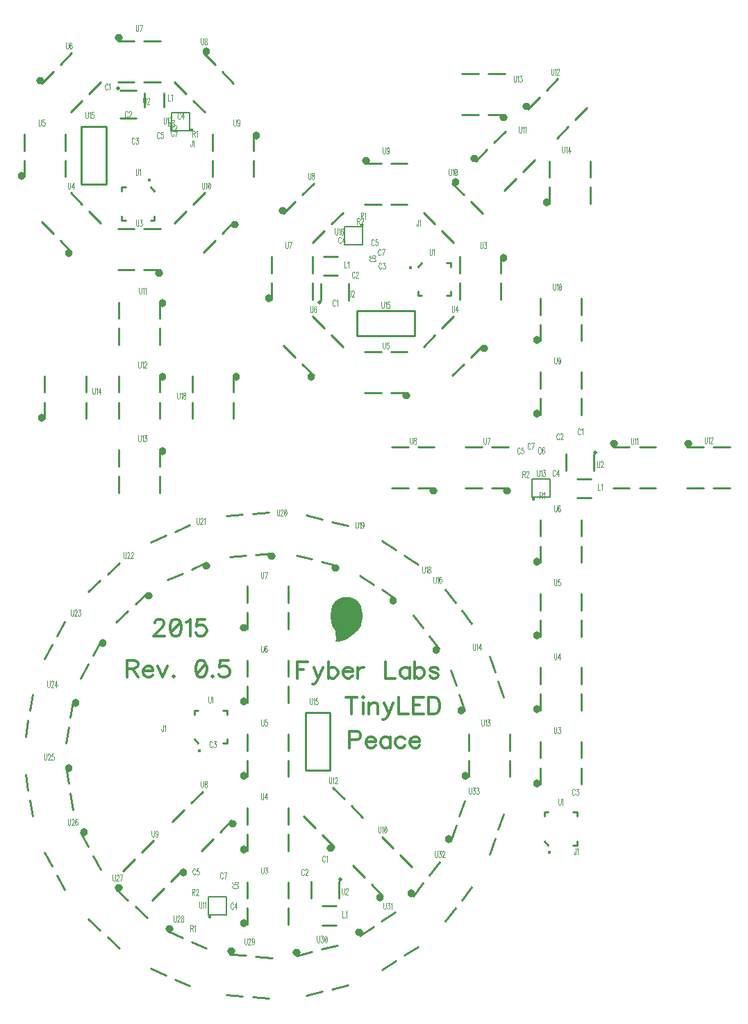
<source format=gto>
G04 DipTrace 2.4.0.2*
%INfemalemalecrosspeace.gto*%
%MOMM*%
%ADD10C,0.25*%
%ADD14C,0.4*%
%ADD18C,0.152*%
%ADD23O,0.437X0.4*%
%ADD28O,0.5X0.5*%
%ADD31O,0.975X0.925*%
%ADD36O,0.925X0.975*%
%ADD48O,0.4X0.437*%
%ADD54O,3.825X4.663*%
%ADD85C,0.118*%
%ADD86C,0.314*%
%FSLAX53Y53*%
G04*
G71*
G90*
G75*
G01*
%LNTopSilk*%
%LPD*%
D23*
X27854Y111198D3*
X27998Y110281D2*
D10*
X28499Y109781D1*
Y106781D2*
Y106281D1*
X27998D1*
X24999D2*
X24498D1*
Y106781D1*
X24999Y110281D2*
X24498D1*
Y109781D1*
X26293Y122124D2*
X24293D1*
X26293Y118724D2*
X24293D1*
D28*
X24043Y122299D3*
X24018Y100198D2*
D10*
X26018D1*
X24018Y105198D2*
X26018D1*
X27218D2*
X29218D1*
X27218Y100198D2*
X29218D1*
D31*
X29081Y99835D3*
X29602Y121778D2*
D10*
Y120078D1*
X27302Y121778D2*
Y120078D1*
X14726Y106066D2*
X16140Y104651D1*
X18262Y109601D2*
X19676Y108187D1*
X20524Y107338D2*
X21938Y105924D1*
X16988Y103802D2*
X18403Y102388D1*
D36*
X18049Y102229D3*
X12659Y116757D2*
D10*
Y114757D1*
X17659Y116757D2*
Y114757D1*
Y113557D2*
Y111557D1*
X12659Y113557D2*
Y111557D1*
D36*
X12297Y111694D3*
X18403Y126632D2*
D10*
X16989Y125218D1*
X21938Y123096D2*
X20524Y121682D1*
X19675Y120834D2*
X18261Y119420D1*
X16140Y124370D2*
X14726Y122955D1*
D31*
X14566Y123309D3*
X29218Y128116D2*
D10*
X27218D1*
X29218Y123116D2*
X27218D1*
X26018D2*
X24018D1*
X26018Y128116D2*
X24018D1*
D31*
X24155Y128478D3*
X38144Y122955D2*
D10*
X36730Y124369D1*
X34609Y119420D2*
X33194Y120834D1*
X32346Y121683D2*
X30932Y123097D1*
X35882Y125218D2*
X34468Y126632D1*
D36*
X34821Y126792D3*
X40578Y111557D2*
D10*
Y113557D1*
X35577Y111557D2*
Y113557D1*
Y114757D2*
Y116757D1*
X40578Y114757D2*
Y116757D1*
D36*
X40940Y116619D3*
X34467Y102389D2*
D10*
X35881Y103803D1*
X30932Y105924D2*
X32346Y107339D1*
X33195Y108187D2*
X34609Y109601D1*
X36731Y104651D2*
X38145Y106065D1*
D31*
X38304Y105712D3*
X19592Y117688D2*
D10*
X22592D1*
Y110688D1*
X19592D1*
Y117688D1*
X29118Y91098D2*
Y93098D1*
X24118Y91098D2*
Y93098D1*
Y94298D2*
Y96298D1*
X29118Y94298D2*
Y96298D1*
D36*
X29481Y96161D3*
X29118Y82098D2*
D10*
Y84098D1*
X24118Y82098D2*
Y84098D1*
Y85298D2*
Y87298D1*
X29118Y85298D2*
Y87298D1*
D36*
X29481Y87161D3*
X29118Y73098D2*
D10*
Y75098D1*
X24118Y73098D2*
Y75098D1*
Y76298D2*
Y78298D1*
X29118Y76298D2*
Y78298D1*
D36*
X29481Y78161D3*
X15118Y87298D2*
D10*
Y85298D1*
X20118Y87298D2*
Y85298D1*
Y84098D2*
Y82098D1*
X15118Y84098D2*
Y82098D1*
D36*
X14756Y82235D3*
D14*
X33023Y117296D3*
X32798Y117171D2*
D18*
X30598D1*
Y119371D1*
X32798D1*
Y117171D1*
X38118Y82098D2*
D10*
Y84098D1*
X33118Y82098D2*
Y84098D1*
Y85298D2*
Y87298D1*
X38118Y85298D2*
Y87298D1*
D36*
X38481Y87161D3*
D48*
X59676Y100468D3*
X60592Y100612D2*
D10*
X61092Y101113D1*
X64092D2*
X64592D1*
Y100612D1*
Y97613D2*
Y97112D1*
X64092D1*
X60592Y97613D2*
Y97112D1*
X61092D1*
X48773Y98512D2*
Y96512D1*
X52173Y98512D2*
Y96512D1*
D28*
X48598Y96262D3*
X70676Y96632D2*
D10*
Y98632D1*
X65676Y96632D2*
Y98632D1*
Y99832D2*
Y101832D1*
X70676Y99832D2*
Y101832D1*
D36*
X71038Y101695D3*
X49118Y101821D2*
D10*
X50818D1*
X49118Y99521D2*
X50818D1*
X64808Y87340D2*
X66222Y88754D1*
X61272Y90875D2*
X62686Y92290D1*
X63535Y93138D2*
X64949Y94552D1*
X67071Y89602D2*
X68485Y91016D1*
D31*
X68644Y90663D3*
X54117Y85273D2*
D10*
X56117D1*
X54117Y90273D2*
X56117D1*
X57317D2*
X59317D1*
X57317Y85273D2*
X59317D1*
D31*
X59179Y84911D3*
X44241Y91017D2*
D10*
X45655Y89603D1*
X47777Y94552D2*
X49191Y93138D1*
X50039Y92289D2*
X51454Y90875D1*
X46504Y88754D2*
X47918Y87339D1*
D36*
X47565Y87180D3*
X42757Y101832D2*
D10*
Y99832D1*
X47757Y101832D2*
Y99832D1*
Y98632D2*
Y96632D1*
X42757Y98632D2*
Y96632D1*
D36*
X42395Y96769D3*
X47918Y110758D2*
D10*
X46504Y109344D1*
X51454Y107222D2*
X50040Y105808D1*
X49191Y104960D2*
X47776Y103546D1*
X45655Y108496D2*
X44241Y107081D1*
D31*
X44082Y107435D3*
X59317Y113191D2*
D10*
X57317D1*
X59317Y108191D2*
X57317D1*
X56117D2*
X54117D1*
X56117Y113191D2*
X54117D1*
D31*
X54254Y113554D3*
X68485Y107081D2*
D10*
X67070Y108495D1*
X64949Y103546D2*
X63534Y104960D1*
X62686Y105809D2*
X61272Y107223D1*
X66222Y109344D2*
X64808Y110758D1*
D36*
X65161Y110918D3*
X53185Y92206D2*
D10*
Y95206D1*
X60185D1*
Y92206D1*
X53185D1*
X71313Y117123D2*
X69899Y115708D1*
X74849Y113587D2*
X73435Y112172D1*
X72585Y111324D2*
X71171Y109910D1*
X69050Y114860D2*
X67636Y113446D1*
D31*
X67477Y113799D3*
X77677Y123487D2*
D10*
X76263Y122072D1*
X81213Y119951D2*
X79799Y118536D1*
X78949Y117688D2*
X77535Y116274D1*
X75414Y121224D2*
X74000Y119810D1*
D31*
X73841Y120163D3*
X66006Y119132D2*
D10*
X68006D1*
X66006Y124132D2*
X68006D1*
X69206D2*
X71206D1*
X69206Y119132D2*
X71206D1*
D31*
X71069Y118770D3*
X76616Y113480D2*
D10*
Y111480D1*
X81616Y113480D2*
Y111480D1*
Y110280D2*
Y108280D1*
X76616Y110280D2*
Y108280D1*
D36*
X76254Y108417D3*
D14*
X53738Y105672D3*
X53862Y105447D2*
D18*
X51663D1*
Y103247D1*
X53862D1*
Y105447D1*
D23*
X76649Y29255D3*
X76504Y30172D2*
D10*
X76003Y30672D1*
Y33672D2*
Y34172D1*
X76504D1*
X79504D2*
X80004D1*
Y33672D1*
X79504Y30172D2*
X80004D1*
Y30672D1*
X82086Y75760D2*
Y77760D1*
X78685Y75760D2*
Y77760D1*
D28*
X82261Y78010D3*
X75503Y42772D2*
D10*
Y40772D1*
X80504Y42772D2*
Y40772D1*
Y39572D2*
Y37572D1*
X75503Y39572D2*
Y37572D1*
D36*
X75141Y37709D3*
X81740Y72452D2*
D10*
X80040D1*
X81740Y74752D2*
X80040D1*
X75503Y51772D2*
Y49772D1*
X80504Y51772D2*
Y49772D1*
Y48572D2*
Y46572D1*
X75503Y48572D2*
Y46572D1*
D36*
X75141Y46709D3*
X75503Y60772D2*
D10*
Y58772D1*
X80504Y60772D2*
Y58772D1*
Y57572D2*
Y55572D1*
X75503Y57572D2*
Y55572D1*
D36*
X75141Y55709D3*
X75503Y69772D2*
D10*
Y67772D1*
X80504Y69772D2*
Y67772D1*
Y66572D2*
Y64572D1*
X75503Y66572D2*
Y64572D1*
D36*
X75141Y64709D3*
X66404Y73672D2*
D10*
X68404D1*
X66404Y78672D2*
X68404D1*
X69604D2*
X71604D1*
X69604Y73672D2*
X71604D1*
D31*
X71467Y73309D3*
X57404Y73672D2*
D10*
X59404D1*
X57404Y78672D2*
X59404D1*
X60604D2*
X62604D1*
X60604Y73672D2*
X62604D1*
D31*
X62467Y73309D3*
X75503Y87772D2*
D10*
Y85772D1*
X80504Y87772D2*
Y85772D1*
Y84572D2*
Y82572D1*
X75503Y84572D2*
Y82572D1*
D36*
X75141Y82709D3*
X75503Y96772D2*
D10*
Y94772D1*
X80504Y96772D2*
Y94772D1*
Y93572D2*
Y91572D1*
X75503Y93572D2*
Y91572D1*
D36*
X75141Y91709D3*
X89604Y78672D2*
D10*
X87604D1*
X89604Y73672D2*
X87604D1*
X86404D2*
X84404D1*
X86404Y78672D2*
X84404D1*
D31*
X84541Y79034D3*
X98604Y78672D2*
D10*
X96604D1*
X98604Y73672D2*
X96604D1*
X95404D2*
X93404D1*
X95404Y78672D2*
X93404D1*
D31*
X93541Y79034D3*
D14*
X74673Y72310D3*
X74548Y72535D2*
D18*
X76748D1*
Y74735D1*
X74548D1*
Y72535D1*
D23*
X33975Y41633D3*
X33830Y42550D2*
D10*
X33330Y43049D1*
Y46049D2*
Y46549D1*
X33830D1*
X36830D2*
X37330D1*
Y46049D1*
X36830Y42550D2*
X37330D1*
Y43049D1*
X50975Y23735D2*
Y25735D1*
X47575Y23735D2*
Y25735D1*
D28*
X51150Y25985D3*
X39783Y25684D2*
D10*
Y23684D1*
X44783Y25684D2*
Y23684D1*
Y22484D2*
Y20484D1*
X39783Y22484D2*
Y20484D1*
D36*
X39421Y20621D3*
X50629Y20427D2*
D10*
X48930D1*
X50629Y22727D2*
X48930D1*
X39783Y34684D2*
Y32684D1*
X44783Y34684D2*
Y32684D1*
Y31484D2*
Y29484D1*
X39783Y31484D2*
Y29484D1*
D36*
X39421Y29621D3*
X39783Y43684D2*
D10*
Y41684D1*
X44783Y43684D2*
Y41684D1*
Y40484D2*
Y38484D1*
X39783Y40484D2*
Y38484D1*
D36*
X39421Y38621D3*
X39783Y52684D2*
D10*
Y50684D1*
X44783Y52684D2*
Y50684D1*
Y49484D2*
Y47485D1*
X39783Y49484D2*
Y47485D1*
D36*
X39421Y47621D3*
X39783Y61684D2*
D10*
Y59684D1*
X44783Y61684D2*
Y59684D1*
Y58484D2*
Y56485D1*
X39783Y58484D2*
Y56485D1*
D31*
X39421Y56621D3*
X34213Y29478D2*
D10*
X35627Y30892D1*
X30677Y33014D2*
X32091Y34428D1*
X32940Y35276D2*
X34354Y36691D1*
X36476Y31740D2*
X37890Y33155D1*
D31*
X38049Y32801D3*
X28213Y23478D2*
D10*
X29627Y24892D1*
X24677Y27014D2*
X26091Y28428D1*
X26940Y29276D2*
X28354Y30691D1*
X30476Y25740D2*
X31890Y27155D1*
D36*
X32049Y26801D3*
X52671Y27652D2*
D10*
X54085Y26238D1*
X56207Y31188D2*
X57621Y29774D1*
X58469Y28925D2*
X59883Y27511D1*
X54933Y25389D2*
X56348Y23975D1*
D36*
X55994Y23816D3*
X46914Y46282D2*
D10*
X49914D1*
Y39282D1*
X46914D1*
Y46282D1*
D14*
X35207Y21428D3*
X35082Y21653D2*
D18*
X37282D1*
Y23853D1*
X35082D1*
Y21653D1*
X46671Y33652D2*
D10*
X48085Y32238D1*
X50207Y37187D2*
X51621Y35774D1*
X52469Y34925D2*
X53883Y33511D1*
X48933Y31389D2*
X50348Y29975D1*
D31*
X49994Y29816D3*
X66783Y43684D2*
D10*
Y41684D1*
X71783Y43684D2*
Y41684D1*
Y40484D2*
Y38484D1*
X66783Y40484D2*
Y38484D1*
D36*
X66421Y38621D3*
X64611Y51499D2*
D10*
X65261Y49607D1*
X69341Y53122D2*
X69990Y51230D1*
X70380Y50095D2*
X71029Y48204D1*
X65650Y48472D2*
X66300Y46581D1*
D36*
X65913Y46593D3*
X60019Y58184D2*
D10*
X61248Y56606D1*
X63966Y61256D2*
X65194Y59677D1*
X65931Y58731D2*
X67159Y57152D1*
X61985Y55659D2*
X63213Y54081D1*
D36*
X62843Y53966D3*
X53507Y63016D2*
D10*
X55181Y61922D1*
X56242Y67202D2*
X57917Y66109D1*
X58921Y65452D2*
X60596Y64358D1*
X56186Y61266D2*
X57860Y60172D1*
D36*
X57548Y59944D3*
X45777Y65473D2*
D10*
X47716Y64982D1*
X47004Y70320D2*
X48943Y69829D1*
X50107Y69534D2*
X52045Y69043D1*
X48880Y64687D2*
X50818Y64196D1*
D31*
X50596Y63879D3*
X37669Y65286D2*
D10*
X39662Y65451D1*
X37256Y70269D2*
X39249Y70434D1*
X40445Y70533D2*
X42438Y70698D1*
X40858Y65550D2*
X42851Y65715D1*
D31*
X42744Y65343D3*
X30061Y62476D2*
D10*
X31892Y63280D1*
X28052Y67055D2*
X29884Y67858D1*
X30982Y68341D2*
X32814Y69144D1*
X32991Y63762D2*
X34822Y64565D1*
D31*
X34843Y64178D3*
X23777Y57349D2*
D10*
X25248Y58704D1*
X20391Y61027D2*
X21862Y62382D1*
X22745Y63195D2*
X24216Y64549D1*
X26131Y59516D2*
X27602Y60870D1*
D31*
X27747Y60511D3*
X19499Y50459D2*
D10*
X20451Y52218D1*
X15101Y52839D2*
X16053Y54597D1*
X16624Y55653D2*
X17576Y57412D1*
X21022Y53273D2*
X21974Y55032D1*
D36*
X22227Y54739D3*
X17689Y42552D2*
D10*
X18018Y44525D1*
X12758Y43375D2*
X13087Y45348D1*
X13284Y46532D2*
X13614Y48504D1*
X18216Y45708D2*
X18545Y47681D1*
D36*
X18880Y47486D3*
X18545Y34487D2*
D10*
X18216Y36460D1*
X13614Y33664D2*
X13284Y35637D1*
X13087Y36820D2*
X12758Y38793D1*
X18019Y37644D2*
X17689Y39616D1*
D36*
X18070Y39541D3*
X21974Y27136D2*
D10*
X21022Y28895D1*
X17576Y24757D2*
X16624Y26516D1*
X16053Y27571D2*
X15101Y29330D1*
X20451Y29951D2*
X19499Y31710D1*
D36*
X19882Y31762D3*
X27602Y21298D2*
D10*
X26131Y22653D1*
X24216Y17619D2*
X22745Y18974D1*
X21862Y19786D2*
X20391Y21141D1*
X25248Y23465D2*
X23777Y24819D1*
D31*
X24123Y24993D3*
X34823Y17603D2*
D10*
X32992Y18406D1*
X32813Y13024D2*
X30982Y13828D1*
X29883Y14310D2*
X28052Y15114D1*
X31893Y18889D2*
X30062Y19692D1*
D31*
X30333Y19969D3*
X42851Y16453D2*
D10*
X40858Y16618D1*
X42438Y11470D2*
X40444Y11635D1*
X39249Y11734D2*
X37256Y11899D1*
X39662Y16718D2*
X37669Y16883D1*
D31*
X37836Y17232D3*
X50819Y17972D2*
D10*
X48880Y17481D1*
X52045Y13124D2*
X50107Y12634D1*
X48943Y12339D2*
X47004Y11849D1*
X47716Y17187D2*
X45777Y16696D1*
D31*
X45822Y17081D3*
X57858Y21997D2*
D10*
X56184Y20902D1*
X60596Y17813D2*
X58923Y16718D1*
X57918Y16061D2*
X56245Y14966D1*
X55180Y20245D2*
X53506Y19150D1*
D31*
X53423Y19528D3*
X63214Y28087D2*
D10*
X61986Y26509D1*
X67160Y25016D2*
X65932Y23438D1*
X65195Y22491D2*
X63966Y20913D1*
X61249Y25563D2*
X60021Y23984D1*
D36*
X59819Y24315D3*
X66297Y35587D2*
D10*
X65650Y33694D1*
X71028Y33967D2*
X70380Y32075D1*
X69992Y30940D2*
X69344Y29047D1*
X65261Y32560D2*
X64613Y30667D1*
D36*
X64314Y30914D3*
X50679Y55030D2*
D10*
G03X53703Y58380I-218J3237D01*
G01*
D54*
X51916Y58086D3*
G36*
X50629Y55104D2*
X50478Y57154D1*
X53428Y57730D1*
X52529Y55804D1*
X51579Y55279D1*
D1*
X50629Y55104D1*
G37*
X26220Y112514D2*
D85*
Y111967D1*
X26242Y111857D1*
X26286Y111785D1*
X26351Y111748D1*
X26395D1*
X26461Y111785D1*
X26505Y111857D1*
X26526Y111967D1*
Y112514D1*
X26667Y112367D2*
X26711Y112404D1*
X26777Y112513D1*
Y111748D1*
X27142Y121180D2*
Y120634D1*
X27164Y120524D1*
X27208Y120452D1*
X27273Y120415D1*
X27317D1*
X27382Y120452D1*
X27426Y120524D1*
X27448Y120634D1*
Y121180D1*
X27611Y120998D2*
Y121034D1*
X27633Y121107D1*
X27655Y121143D1*
X27699Y121180D1*
X27786D1*
X27830Y121143D1*
X27852Y121107D1*
X27874Y121034D1*
Y120961D1*
X27852Y120888D1*
X27808Y120779D1*
X27589Y120415D1*
X27896D1*
X33072Y116003D2*
Y115420D1*
X33050Y115310D1*
X33028Y115274D1*
X32985Y115237D1*
X32941D1*
X32897Y115274D1*
X32876Y115310D1*
X32853Y115420D1*
Y115492D1*
X33213Y115856D2*
X33257Y115893D1*
X33323Y116002D1*
Y115237D1*
X26241Y106314D2*
Y105767D1*
X26263Y105658D1*
X26307Y105585D1*
X26373Y105548D1*
X26416D1*
X26482Y105585D1*
X26526Y105658D1*
X26548Y105767D1*
Y106314D1*
X26733Y106313D2*
X26973D1*
X26842Y106021D1*
X26908D1*
X26951Y105985D1*
X26973Y105949D1*
X26995Y105839D1*
Y105767D1*
X26973Y105658D1*
X26929Y105584D1*
X26864Y105548D1*
X26798D1*
X26733Y105584D1*
X26711Y105621D1*
X26689Y105694D1*
X22797Y122737D2*
X22775Y122810D1*
X22731Y122883D1*
X22688Y122919D1*
X22600D1*
X22556Y122883D1*
X22513Y122810D1*
X22491Y122737D1*
X22469Y122628D1*
Y122445D1*
X22491Y122337D1*
X22513Y122263D1*
X22556Y122191D1*
X22600Y122154D1*
X22688D1*
X22731Y122191D1*
X22775Y122263D1*
X22797Y122337D1*
X22938Y122773D2*
X22982Y122810D1*
X23048Y122919D1*
Y122154D1*
X25221Y119376D2*
X25200Y119448D1*
X25156Y119521D1*
X25112Y119557D1*
X25025D1*
X24981Y119521D1*
X24937Y119448D1*
X24915Y119376D1*
X24893Y119266D1*
Y119083D1*
X24915Y118975D1*
X24937Y118901D1*
X24981Y118829D1*
X25025Y118792D1*
X25112D1*
X25156Y118829D1*
X25200Y118901D1*
X25221Y118975D1*
X25385Y119375D2*
Y119411D1*
X25407Y119484D1*
X25428Y119520D1*
X25472Y119557D1*
X25560D1*
X25603Y119520D1*
X25625Y119484D1*
X25647Y119411D1*
Y119338D1*
X25625Y119265D1*
X25581Y119157D1*
X25363Y118792D1*
X25669D1*
X30110Y121611D2*
Y120846D1*
X30372D1*
X30514Y121465D2*
X30557Y121502D1*
X30623Y121611D1*
Y120846D1*
X17944Y110860D2*
Y110314D1*
X17966Y110204D1*
X18010Y110132D1*
X18076Y110095D1*
X18119D1*
X18185Y110132D1*
X18229Y110204D1*
X18251Y110314D1*
Y110860D1*
X18611Y110095D2*
Y110859D1*
X18392Y110350D1*
X18720D1*
X14370Y118523D2*
Y117976D1*
X14392Y117866D1*
X14436Y117794D1*
X14501Y117757D1*
X14545D1*
X14611Y117794D1*
X14655Y117866D1*
X14676Y117976D1*
Y118523D1*
X15080Y118522D2*
X14861D1*
X14840Y118194D1*
X14861Y118230D1*
X14927Y118267D1*
X14992D1*
X15058Y118230D1*
X15102Y118158D1*
X15124Y118048D1*
Y117976D1*
X15102Y117866D1*
X15058Y117793D1*
X14992Y117757D1*
X14927D1*
X14861Y117793D1*
X14840Y117830D1*
X14817Y117903D1*
X17715Y127891D2*
Y127345D1*
X17736Y127235D1*
X17780Y127163D1*
X17846Y127126D1*
X17889D1*
X17955Y127163D1*
X17999Y127235D1*
X18021Y127345D1*
Y127891D1*
X18424Y127782D2*
X18403Y127854D1*
X18337Y127890D1*
X18293D1*
X18228Y127854D1*
X18184Y127745D1*
X18162Y127563D1*
Y127381D1*
X18184Y127235D1*
X18228Y127162D1*
X18293Y127126D1*
X18315D1*
X18380Y127162D1*
X18424Y127235D1*
X18446Y127345D1*
Y127381D1*
X18424Y127490D1*
X18380Y127563D1*
X18315Y127599D1*
X18293D1*
X18228Y127563D1*
X18184Y127490D1*
X18162Y127381D1*
X26241Y130057D2*
Y129510D1*
X26263Y129401D1*
X26307Y129328D1*
X26373Y129291D1*
X26416D1*
X26482Y129328D1*
X26526Y129401D1*
X26548Y129510D1*
Y130057D1*
X26776Y129291D2*
X26995Y130056D1*
X26689D1*
X34161Y128395D2*
Y127848D1*
X34183Y127739D1*
X34227Y127666D1*
X34293Y127629D1*
X34336D1*
X34402Y127666D1*
X34446Y127739D1*
X34468Y127848D1*
Y128395D1*
X34718Y128394D2*
X34653Y128358D1*
X34631Y128285D1*
Y128212D1*
X34653Y128140D1*
X34696Y128103D1*
X34784Y128066D1*
X34849Y128030D1*
X34893Y127957D1*
X34915Y127884D1*
Y127775D1*
X34893Y127702D1*
X34871Y127665D1*
X34806Y127629D1*
X34718D1*
X34653Y127665D1*
X34631Y127702D1*
X34609Y127775D1*
Y127884D1*
X34631Y127957D1*
X34675Y128030D1*
X34740Y128066D1*
X34827Y128103D1*
X34871Y128140D1*
X34893Y128212D1*
Y128285D1*
X34871Y128358D1*
X34806Y128394D1*
X34718D1*
X38124Y118523D2*
Y117976D1*
X38146Y117866D1*
X38190Y117794D1*
X38255Y117757D1*
X38299D1*
X38364Y117794D1*
X38408Y117866D1*
X38430Y117976D1*
Y118523D1*
X38856Y118267D2*
X38834Y118158D1*
X38790Y118085D1*
X38724Y118048D1*
X38703D1*
X38637Y118085D1*
X38594Y118158D1*
X38571Y118267D1*
Y118304D1*
X38594Y118413D1*
X38637Y118485D1*
X38703Y118522D1*
X38724D1*
X38790Y118485D1*
X38834Y118413D1*
X38856Y118267D1*
Y118085D1*
X38834Y117903D1*
X38790Y117793D1*
X38724Y117757D1*
X38681D1*
X38615Y117793D1*
X38594Y117866D1*
X34288Y110860D2*
Y110314D1*
X34309Y110204D1*
X34353Y110132D1*
X34419Y110095D1*
X34462D1*
X34528Y110132D1*
X34572Y110204D1*
X34594Y110314D1*
Y110860D1*
X34735Y110714D2*
X34779Y110751D1*
X34845Y110859D1*
Y110095D1*
X35117Y110859D2*
X35052Y110823D1*
X35008Y110714D1*
X34986Y110532D1*
Y110422D1*
X35008Y110240D1*
X35052Y110131D1*
X35117Y110095D1*
X35161D1*
X35226Y110131D1*
X35270Y110240D1*
X35292Y110422D1*
Y110532D1*
X35270Y110714D1*
X35226Y110823D1*
X35161Y110859D1*
X35117D1*
X35270Y110714D2*
X35008Y110240D1*
X20090Y119454D2*
Y118907D1*
X20112Y118798D1*
X20156Y118725D1*
X20221Y118688D1*
X20265D1*
X20331Y118725D1*
X20375Y118798D1*
X20396Y118907D1*
Y119454D1*
X20538Y119307D2*
X20581Y119344D1*
X20647Y119453D1*
Y118688D1*
X21051Y119453D2*
X20832D1*
X20811Y119125D1*
X20832Y119162D1*
X20898Y119199D1*
X20963D1*
X21029Y119162D1*
X21073Y119089D1*
X21095Y118980D1*
Y118907D1*
X21073Y118798D1*
X21029Y118725D1*
X20963Y118688D1*
X20898D1*
X20832Y118725D1*
X20811Y118762D1*
X20788Y118834D1*
X26627Y98064D2*
Y97517D1*
X26648Y97408D1*
X26692Y97335D1*
X26758Y97298D1*
X26802D1*
X26867Y97335D1*
X26911Y97408D1*
X26933Y97517D1*
Y98064D1*
X27074Y97917D2*
X27118Y97954D1*
X27184Y98063D1*
Y97298D1*
X27325Y97917D2*
X27369Y97954D1*
X27435Y98063D1*
Y97298D1*
X26528Y89064D2*
Y88517D1*
X26550Y88408D1*
X26594Y88335D1*
X26660Y88298D1*
X26703D1*
X26769Y88335D1*
X26813Y88408D1*
X26835Y88517D1*
Y89064D1*
X26976Y88917D2*
X27020Y88954D1*
X27086Y89063D1*
Y88298D1*
X27249Y88881D2*
Y88917D1*
X27271Y88990D1*
X27292Y89027D1*
X27336Y89063D1*
X27424D1*
X27467Y89027D1*
X27489Y88990D1*
X27511Y88917D1*
Y88845D1*
X27489Y88771D1*
X27446Y88663D1*
X27227Y88298D1*
X27533D1*
X26528Y80064D2*
Y79517D1*
X26550Y79408D1*
X26594Y79335D1*
X26660Y79298D1*
X26703D1*
X26769Y79335D1*
X26813Y79408D1*
X26835Y79517D1*
Y80064D1*
X26976Y79917D2*
X27020Y79954D1*
X27086Y80063D1*
Y79298D1*
X27271Y80063D2*
X27511D1*
X27380Y79771D1*
X27446D1*
X27489Y79735D1*
X27511Y79699D1*
X27533Y79589D1*
Y79517D1*
X27511Y79408D1*
X27467Y79334D1*
X27402Y79298D1*
X27336D1*
X27271Y79334D1*
X27249Y79371D1*
X27227Y79444D1*
X20952Y85845D2*
Y85299D1*
X20974Y85189D1*
X21018Y85117D1*
X21083Y85080D1*
X21127D1*
X21192Y85117D1*
X21236Y85189D1*
X21258Y85299D1*
Y85845D1*
X21399Y85699D2*
X21443Y85736D1*
X21509Y85845D1*
Y85080D1*
X21869D2*
Y85845D1*
X21650Y85335D1*
X21978D1*
X26064Y116134D2*
X26042Y116206D1*
X25998Y116280D1*
X25955Y116316D1*
X25867D1*
X25823Y116280D1*
X25780Y116206D1*
X25758Y116134D1*
X25736Y116024D1*
Y115842D1*
X25758Y115733D1*
X25780Y115660D1*
X25823Y115587D1*
X25867Y115550D1*
X25955D1*
X25998Y115587D1*
X26042Y115660D1*
X26064Y115733D1*
X26249Y116315D2*
X26489D1*
X26358Y116024D1*
X26424D1*
X26467Y115987D1*
X26489Y115951D1*
X26511Y115842D1*
Y115769D1*
X26489Y115660D1*
X26446Y115586D1*
X26380Y115550D1*
X26314D1*
X26249Y115586D1*
X26227Y115623D1*
X26205Y115696D1*
X33113Y116811D2*
X33309D1*
X33375Y116848D1*
X33397Y116884D1*
X33419Y116956D1*
Y117030D1*
X33397Y117102D1*
X33375Y117139D1*
X33309Y117175D1*
X33113D1*
Y116410D1*
X33266Y116811D2*
X33419Y116410D1*
X33560Y117029D2*
X33604Y117066D1*
X33670Y117174D1*
Y116410D1*
X30428Y117500D2*
X30625D1*
X30691Y117537D1*
X30713Y117573D1*
X30735Y117645D1*
Y117719D1*
X30713Y117791D1*
X30691Y117828D1*
X30625Y117864D1*
X30428D1*
Y117099D1*
X30581Y117500D2*
X30735Y117099D1*
X30898Y117682D2*
Y117718D1*
X30920Y117791D1*
X30941Y117827D1*
X30985Y117864D1*
X31073D1*
X31116Y117827D1*
X31138Y117791D1*
X31160Y117718D1*
Y117645D1*
X31138Y117572D1*
X31095Y117464D1*
X30876Y117099D1*
X31182D1*
X31636Y119200D2*
X31614Y119272D1*
X31570Y119346D1*
X31527Y119382D1*
X31439D1*
X31395Y119346D1*
X31352Y119272D1*
X31330Y119200D1*
X31308Y119090D1*
Y118908D1*
X31330Y118799D1*
X31352Y118726D1*
X31395Y118653D1*
X31439Y118616D1*
X31527D1*
X31570Y118653D1*
X31614Y118726D1*
X31636Y118799D1*
X31996Y118616D2*
Y119381D1*
X31777Y118871D1*
X32105D1*
X29124Y116823D2*
X29102Y116896D1*
X29058Y116969D1*
X29015Y117005D1*
X28927D1*
X28883Y116969D1*
X28840Y116896D1*
X28818Y116823D1*
X28796Y116714D1*
Y116531D1*
X28818Y116422D1*
X28840Y116349D1*
X28883Y116276D1*
X28927Y116239D1*
X29015D1*
X29058Y116276D1*
X29102Y116349D1*
X29124Y116422D1*
X29527Y117004D2*
X29309D1*
X29287Y116677D1*
X29309Y116713D1*
X29375Y116750D1*
X29440D1*
X29506Y116713D1*
X29550Y116640D1*
X29571Y116531D1*
Y116458D1*
X29550Y116349D1*
X29506Y116276D1*
X29440Y116239D1*
X29375D1*
X29309Y116276D1*
X29287Y116313D1*
X29265Y116385D1*
X30338Y118045D2*
X30265Y118024D1*
X30192Y117980D1*
X30156Y117936D1*
Y117849D1*
X30192Y117805D1*
X30265Y117761D1*
X30338Y117739D1*
X30447Y117717D1*
X30630D1*
X30739Y117739D1*
X30812Y117761D1*
X30884Y117805D1*
X30921Y117849D1*
Y117936D1*
X30884Y117980D1*
X30812Y118024D1*
X30739Y118045D1*
X30265Y118449D2*
X30193Y118427D1*
X30157Y118361D1*
Y118318D1*
X30193Y118252D1*
X30302Y118208D1*
X30484Y118187D1*
X30666D1*
X30812Y118208D1*
X30885Y118252D1*
X30921Y118318D1*
Y118340D1*
X30885Y118405D1*
X30812Y118449D1*
X30702Y118471D1*
X30666D1*
X30557Y118449D1*
X30484Y118405D1*
X30448Y118340D1*
Y118318D1*
X30484Y118252D1*
X30557Y118208D1*
X30666Y118187D1*
X30844Y117115D2*
X30822Y117187D1*
X30778Y117260D1*
X30735Y117296D1*
X30647D1*
X30603Y117260D1*
X30560Y117187D1*
X30538Y117115D1*
X30516Y117005D1*
Y116822D1*
X30538Y116714D1*
X30560Y116640D1*
X30603Y116568D1*
X30647Y116531D1*
X30735D1*
X30778Y116568D1*
X30822Y116640D1*
X30844Y116714D1*
X31073Y116531D2*
X31291Y117296D1*
X30985D1*
X29610Y118776D2*
Y118230D1*
X29631Y118120D1*
X29675Y118048D1*
X29741Y118011D1*
X29785D1*
X29850Y118048D1*
X29894Y118120D1*
X29916Y118230D1*
Y118776D1*
X30057Y118630D2*
X30101Y118667D1*
X30167Y118775D1*
Y118011D1*
X30395D2*
X30614Y118775D1*
X30308D1*
X31269Y85278D2*
Y84731D1*
X31291Y84621D1*
X31335Y84549D1*
X31401Y84512D1*
X31444D1*
X31510Y84549D1*
X31554Y84621D1*
X31576Y84731D1*
Y85278D1*
X31717Y85131D2*
X31761Y85168D1*
X31826Y85277D1*
Y84512D1*
X32077Y85277D2*
X32012Y85240D1*
X31989Y85168D1*
Y85095D1*
X32012Y85022D1*
X32055Y84985D1*
X32142Y84949D1*
X32208Y84913D1*
X32252Y84840D1*
X32273Y84767D1*
Y84658D1*
X32252Y84585D1*
X32230Y84548D1*
X32164Y84512D1*
X32077D1*
X32012Y84548D1*
X31989Y84585D1*
X31968Y84658D1*
Y84767D1*
X31989Y84840D1*
X32033Y84913D1*
X32098Y84949D1*
X32186Y84985D1*
X32230Y85022D1*
X32252Y85095D1*
Y85168D1*
X32230Y85240D1*
X32164Y85277D1*
X32077D1*
X62030Y102778D2*
Y102232D1*
X62052Y102122D1*
X62096Y102050D1*
X62162Y102013D1*
X62205D1*
X62271Y102050D1*
X62315Y102122D1*
X62337Y102232D1*
Y102778D1*
X62478Y102632D2*
X62522Y102669D1*
X62587Y102778D1*
Y102013D1*
X52109Y97694D2*
Y97147D1*
X52131Y97038D1*
X52175Y96965D1*
X52241Y96928D1*
X52284D1*
X52350Y96965D1*
X52394Y97038D1*
X52415Y97147D1*
Y97694D1*
X52579Y97511D2*
Y97547D1*
X52601Y97621D1*
X52622Y97657D1*
X52666Y97693D1*
X52754D1*
X52797Y97657D1*
X52819Y97621D1*
X52841Y97547D1*
Y97475D1*
X52819Y97402D1*
X52775Y97293D1*
X52557Y96928D1*
X52863D1*
X60661Y106314D2*
Y105731D1*
X60640Y105621D1*
X60617Y105585D1*
X60574Y105548D1*
X60530D1*
X60486Y105585D1*
X60465Y105621D1*
X60442Y105731D1*
Y105803D1*
X60802Y106167D2*
X60846Y106204D1*
X60912Y106313D1*
Y105548D1*
X68211Y103598D2*
Y103052D1*
X68233Y102942D1*
X68277Y102870D1*
X68343Y102833D1*
X68386D1*
X68452Y102870D1*
X68496Y102942D1*
X68518Y103052D1*
Y103598D1*
X68703Y103597D2*
X68943D1*
X68812Y103306D1*
X68878D1*
X68921Y103270D1*
X68943Y103233D1*
X68965Y103124D1*
Y103052D1*
X68943Y102942D1*
X68899Y102869D1*
X68834Y102833D1*
X68768D1*
X68703Y102869D1*
X68681Y102906D1*
X68659Y102978D1*
X50532Y96411D2*
X50510Y96483D1*
X50466Y96557D1*
X50423Y96593D1*
X50335D1*
X50291Y96557D1*
X50248Y96483D1*
X50225Y96411D1*
X50204Y96302D1*
Y96119D1*
X50225Y96010D1*
X50248Y95937D1*
X50291Y95864D1*
X50335Y95827D1*
X50423D1*
X50466Y95864D1*
X50510Y95937D1*
X50532Y96010D1*
X50673Y96446D2*
X50717Y96483D1*
X50783Y96592D1*
Y95827D1*
X52895Y99834D2*
X52874Y99906D1*
X52830Y99980D1*
X52786Y100016D1*
X52699D1*
X52655Y99980D1*
X52611Y99906D1*
X52589Y99834D1*
X52567Y99724D1*
Y99542D1*
X52589Y99433D1*
X52611Y99360D1*
X52655Y99287D1*
X52699Y99250D1*
X52786D1*
X52830Y99287D1*
X52874Y99360D1*
X52895Y99433D1*
X53059Y99833D2*
Y99869D1*
X53081Y99943D1*
X53102Y99979D1*
X53146Y100015D1*
X53234D1*
X53277Y99979D1*
X53299Y99943D1*
X53321Y99869D1*
Y99797D1*
X53299Y99724D1*
X53255Y99615D1*
X53037Y99250D1*
X53343D1*
X51627Y101229D2*
Y100463D1*
X51889D1*
X52030Y101082D2*
X52074Y101119D1*
X52140Y101228D1*
Y100463D1*
X64742Y95811D2*
Y95265D1*
X64764Y95155D1*
X64808Y95083D1*
X64874Y95046D1*
X64917D1*
X64983Y95083D1*
X65027Y95155D1*
X65049Y95265D1*
Y95811D1*
X65409Y95046D2*
Y95811D1*
X65190Y95301D1*
X65518D1*
X56340Y91389D2*
Y90843D1*
X56361Y90733D1*
X56405Y90661D1*
X56471Y90624D1*
X56515D1*
X56580Y90661D1*
X56624Y90733D1*
X56646Y90843D1*
Y91389D1*
X57049Y91388D2*
X56831D1*
X56809Y91061D1*
X56831Y91097D1*
X56897Y91134D1*
X56962D1*
X57028Y91097D1*
X57072Y91024D1*
X57093Y90915D1*
Y90843D1*
X57072Y90733D1*
X57028Y90660D1*
X56962Y90624D1*
X56897D1*
X56831Y90660D1*
X56809Y90697D1*
X56787Y90769D1*
X47482Y95811D2*
Y95265D1*
X47503Y95155D1*
X47547Y95083D1*
X47613Y95046D1*
X47657D1*
X47722Y95083D1*
X47766Y95155D1*
X47788Y95265D1*
Y95811D1*
X48191Y95702D2*
X48170Y95774D1*
X48104Y95811D1*
X48060D1*
X47995Y95774D1*
X47951Y95665D1*
X47929Y95483D1*
Y95301D1*
X47951Y95155D1*
X47995Y95082D1*
X48060Y95046D1*
X48082D1*
X48147Y95082D1*
X48191Y95155D1*
X48213Y95265D1*
Y95301D1*
X48191Y95411D1*
X48147Y95483D1*
X48082Y95519D1*
X48060D1*
X47995Y95483D1*
X47951Y95411D1*
X47929Y95301D1*
X44468Y103598D2*
Y103052D1*
X44490Y102942D1*
X44534Y102870D1*
X44599Y102833D1*
X44643D1*
X44709Y102870D1*
X44752Y102942D1*
X44774Y103052D1*
Y103598D1*
X45003Y102833D2*
X45222Y103597D1*
X44915D1*
X47219Y112017D2*
Y111471D1*
X47241Y111361D1*
X47285Y111289D1*
X47350Y111252D1*
X47394D1*
X47460Y111289D1*
X47504Y111361D1*
X47525Y111471D1*
Y112017D1*
X47776D2*
X47710Y111980D1*
X47688Y111908D1*
Y111835D1*
X47710Y111762D1*
X47754Y111725D1*
X47841Y111689D1*
X47907Y111653D1*
X47950Y111579D1*
X47972Y111507D1*
Y111397D1*
X47950Y111325D1*
X47929Y111288D1*
X47863Y111252D1*
X47776D1*
X47710Y111288D1*
X47688Y111325D1*
X47666Y111397D1*
Y111507D1*
X47688Y111579D1*
X47732Y111653D1*
X47797Y111689D1*
X47885Y111725D1*
X47929Y111762D1*
X47950Y111835D1*
Y111908D1*
X47929Y111980D1*
X47863Y112017D1*
X47776D1*
X56351Y115132D2*
Y114586D1*
X56372Y114476D1*
X56416Y114404D1*
X56482Y114367D1*
X56525D1*
X56591Y114404D1*
X56635Y114476D1*
X56657Y114586D1*
Y115132D1*
X57083Y114877D2*
X57060Y114767D1*
X57017Y114694D1*
X56951Y114658D1*
X56929D1*
X56864Y114694D1*
X56820Y114767D1*
X56798Y114877D1*
Y114913D1*
X56820Y115023D1*
X56864Y115095D1*
X56929Y115131D1*
X56951D1*
X57017Y115095D1*
X57060Y115023D1*
X57083Y114877D1*
Y114694D1*
X57060Y114512D1*
X57017Y114403D1*
X56951Y114367D1*
X56908D1*
X56842Y114403D1*
X56820Y114476D1*
X64376Y112521D2*
Y111974D1*
X64398Y111865D1*
X64442Y111792D1*
X64507Y111755D1*
X64551D1*
X64617Y111792D1*
X64661Y111865D1*
X64682Y111974D1*
Y112521D1*
X64823Y112374D2*
X64867Y112411D1*
X64933Y112520D1*
Y111755D1*
X65206Y112520D2*
X65140Y112484D1*
X65096Y112374D1*
X65074Y112192D1*
Y112083D1*
X65096Y111901D1*
X65140Y111792D1*
X65206Y111755D1*
X65249D1*
X65315Y111792D1*
X65358Y111901D1*
X65381Y112083D1*
Y112192D1*
X65358Y112374D1*
X65315Y112484D1*
X65249Y112520D1*
X65206D1*
X65358Y112374D2*
X65096Y111901D1*
X56183Y96322D2*
Y95776D1*
X56205Y95666D1*
X56249Y95594D1*
X56314Y95557D1*
X56358D1*
X56423Y95594D1*
X56467Y95666D1*
X56489Y95776D1*
Y96322D1*
X56630Y96176D2*
X56674Y96213D1*
X56740Y96321D1*
Y95557D1*
X57143Y96321D2*
X56925D1*
X56903Y95994D1*
X56925Y96030D1*
X56991Y96067D1*
X57056D1*
X57122Y96030D1*
X57166Y95957D1*
X57187Y95848D1*
Y95776D1*
X57166Y95666D1*
X57122Y95593D1*
X57056Y95557D1*
X56991D1*
X56925Y95593D1*
X56903Y95630D1*
X56881Y95702D1*
X72916Y117665D2*
Y117118D1*
X72937Y117009D1*
X72981Y116936D1*
X73047Y116899D1*
X73090D1*
X73156Y116936D1*
X73200Y117009D1*
X73222Y117118D1*
Y117665D1*
X73363Y117518D2*
X73407Y117556D1*
X73473Y117664D1*
Y116899D1*
X73614Y117518D2*
X73658Y117556D1*
X73724Y117664D1*
Y116899D1*
X76852Y124746D2*
Y124199D1*
X76874Y124090D1*
X76918Y124017D1*
X76984Y123980D1*
X77027D1*
X77093Y124017D1*
X77137Y124090D1*
X77159Y124199D1*
Y124746D1*
X77300Y124599D2*
X77344Y124636D1*
X77409Y124745D1*
Y123980D1*
X77573Y124563D2*
Y124599D1*
X77595Y124672D1*
X77616Y124709D1*
X77660Y124745D1*
X77748D1*
X77791Y124709D1*
X77813Y124672D1*
X77835Y124599D1*
Y124527D1*
X77813Y124453D1*
X77769Y124345D1*
X77551Y123980D1*
X77857D1*
X72284Y123875D2*
Y123328D1*
X72306Y123218D1*
X72350Y123146D1*
X72416Y123109D1*
X72459D1*
X72525Y123146D1*
X72569Y123218D1*
X72591Y123328D1*
Y123875D1*
X72732Y123728D2*
X72776Y123765D1*
X72841Y123874D1*
Y123109D1*
X73027Y123874D2*
X73267D1*
X73136Y123582D1*
X73201D1*
X73245Y123546D1*
X73267Y123510D1*
X73289Y123400D1*
Y123328D1*
X73267Y123218D1*
X73223Y123145D1*
X73157Y123109D1*
X73092D1*
X73027Y123145D1*
X73005Y123182D1*
X72983Y123255D1*
X78191Y115246D2*
Y114700D1*
X78212Y114590D1*
X78256Y114518D1*
X78322Y114481D1*
X78366D1*
X78431Y114518D1*
X78475Y114590D1*
X78497Y114700D1*
Y115246D1*
X78638Y115100D2*
X78682Y115137D1*
X78748Y115245D1*
Y114481D1*
X79108D2*
Y115245D1*
X78889Y114736D1*
X79217D1*
X53659Y106858D2*
X53856D1*
X53921Y106895D1*
X53944Y106932D1*
X53965Y107004D1*
Y107077D1*
X53944Y107150D1*
X53921Y107187D1*
X53856Y107223D1*
X53659D1*
Y106457D1*
X53812Y106858D2*
X53965Y106457D1*
X54107Y107076D2*
X54151Y107114D1*
X54216Y107222D1*
Y106457D1*
X53203Y106152D2*
X53399D1*
X53465Y106189D1*
X53487Y106225D1*
X53509Y106298D1*
Y106371D1*
X53487Y106443D1*
X53465Y106480D1*
X53399Y106517D1*
X53203D1*
Y105751D1*
X53356Y106152D2*
X53509Y105751D1*
X53672Y106334D2*
Y106370D1*
X53694Y106443D1*
X53716Y106480D1*
X53760Y106516D1*
X53847D1*
X53891Y106480D1*
X53913Y106443D1*
X53935Y106370D1*
Y106298D1*
X53913Y106224D1*
X53869Y106116D1*
X53650Y105751D1*
X53957D1*
X51238Y104046D2*
X51216Y104118D1*
X51172Y104191D1*
X51128Y104227D1*
X51041D1*
X50997Y104191D1*
X50954Y104118D1*
X50931Y104046D1*
X50910Y103936D1*
Y103753D1*
X50931Y103645D1*
X50954Y103571D1*
X50997Y103499D1*
X51041Y103462D1*
X51128D1*
X51172Y103499D1*
X51216Y103571D1*
X51238Y103645D1*
X51598Y103462D2*
Y104227D1*
X51379Y103717D1*
X51707D1*
X55273Y103773D2*
X55252Y103845D1*
X55208Y103919D1*
X55164Y103955D1*
X55077D1*
X55033Y103919D1*
X54989Y103845D1*
X54967Y103773D1*
X54945Y103663D1*
Y103481D1*
X54967Y103372D1*
X54989Y103299D1*
X55033Y103226D1*
X55077Y103189D1*
X55164D1*
X55208Y103226D1*
X55252Y103299D1*
X55273Y103372D1*
X55677Y103954D2*
X55459D1*
X55437Y103626D1*
X55459Y103663D1*
X55524Y103700D1*
X55590D1*
X55655Y103663D1*
X55699Y103590D1*
X55721Y103481D1*
Y103408D1*
X55699Y103299D1*
X55655Y103225D1*
X55590Y103189D1*
X55524D1*
X55459Y103225D1*
X55437Y103262D1*
X55415Y103335D1*
X54873Y101555D2*
X54801Y101533D1*
X54728Y101489D1*
X54691Y101446D1*
Y101358D1*
X54728Y101314D1*
X54801Y101271D1*
X54873Y101249D1*
X54983Y101227D1*
X55166D1*
X55274Y101249D1*
X55347Y101271D1*
X55420Y101314D1*
X55457Y101358D1*
Y101446D1*
X55420Y101489D1*
X55347Y101533D1*
X55274Y101555D1*
X54801Y101959D2*
X54728Y101937D1*
X54692Y101871D1*
Y101828D1*
X54728Y101762D1*
X54838Y101718D1*
X55020Y101696D1*
X55202D1*
X55347Y101718D1*
X55421Y101762D1*
X55457Y101828D1*
Y101849D1*
X55421Y101915D1*
X55347Y101959D1*
X55238Y101980D1*
X55202D1*
X55092Y101959D1*
X55020Y101915D1*
X54984Y101849D1*
Y101828D1*
X55020Y101762D1*
X55092Y101718D1*
X55202Y101696D1*
X56078Y102589D2*
X56057Y102662D1*
X56013Y102735D1*
X55969Y102771D1*
X55882D1*
X55838Y102735D1*
X55794Y102662D1*
X55772Y102589D1*
X55750Y102480D1*
Y102297D1*
X55772Y102189D1*
X55794Y102115D1*
X55838Y102043D1*
X55882Y102006D1*
X55969D1*
X56013Y102043D1*
X56057Y102115D1*
X56078Y102189D1*
X56307Y102006D2*
X56526Y102771D1*
X56220D1*
X50511Y105277D2*
Y104730D1*
X50532Y104621D1*
X50576Y104548D1*
X50642Y104511D1*
X50685D1*
X50751Y104548D1*
X50795Y104621D1*
X50817Y104730D1*
Y105277D1*
X50958Y105131D2*
X51002Y105168D1*
X51068Y105276D1*
Y104511D1*
X51471Y105168D2*
X51449Y105240D1*
X51384Y105276D1*
X51340D1*
X51275Y105240D1*
X51231Y105131D1*
X51209Y104949D1*
Y104767D1*
X51231Y104621D1*
X51275Y104548D1*
X51340Y104511D1*
X51362D1*
X51427Y104548D1*
X51471Y104621D1*
X51493Y104730D1*
Y104767D1*
X51471Y104876D1*
X51427Y104949D1*
X51362Y104985D1*
X51340D1*
X51275Y104949D1*
X51231Y104876D1*
X51209Y104767D1*
X56166Y100916D2*
X56144Y100988D1*
X56100Y101061D1*
X56057Y101098D1*
X55970D1*
X55926Y101061D1*
X55882Y100988D1*
X55860Y100916D1*
X55838Y100806D1*
Y100623D1*
X55860Y100515D1*
X55882Y100441D1*
X55926Y100369D1*
X55970Y100332D1*
X56057D1*
X56100Y100369D1*
X56144Y100441D1*
X56166Y100515D1*
X56351Y101097D2*
X56591D1*
X56460Y100805D1*
X56526D1*
X56570Y100769D1*
X56591Y100733D1*
X56614Y100623D1*
Y100551D1*
X56591Y100441D1*
X56548Y100368D1*
X56482Y100332D1*
X56416D1*
X56351Y100368D1*
X56330Y100405D1*
X56307Y100478D1*
X77725Y35838D2*
Y35291D1*
X77747Y35182D1*
X77791Y35109D1*
X77857Y35072D1*
X77900D1*
X77966Y35109D1*
X78010Y35182D1*
X78031Y35291D1*
Y35838D1*
X78173Y35691D2*
X78217Y35728D1*
X78282Y35837D1*
Y35072D1*
X82446Y76942D2*
Y76395D1*
X82468Y76286D1*
X82512Y76213D1*
X82578Y76176D1*
X82621D1*
X82687Y76213D1*
X82731Y76286D1*
X82753Y76395D1*
Y76942D1*
X82916Y76759D2*
Y76795D1*
X82938Y76869D1*
X82960Y76905D1*
X83004Y76941D1*
X83091D1*
X83134Y76905D1*
X83156Y76869D1*
X83178Y76795D1*
Y76723D1*
X83156Y76650D1*
X83113Y76541D1*
X82894Y76176D1*
X83200D1*
X79863Y29791D2*
Y29208D1*
X79842Y29099D1*
X79819Y29062D1*
X79776Y29025D1*
X79732D1*
X79688Y29062D1*
X79667Y29099D1*
X79644Y29208D1*
Y29281D1*
X80004Y29644D2*
X80048Y29682D1*
X80114Y29790D1*
Y29025D1*
X77214Y44538D2*
Y43991D1*
X77236Y43882D1*
X77280Y43809D1*
X77346Y43772D1*
X77389D1*
X77455Y43809D1*
X77499Y43882D1*
X77521Y43991D1*
Y44538D1*
X77706Y44537D2*
X77946D1*
X77815Y44245D1*
X77881D1*
X77924Y44209D1*
X77946Y44173D1*
X77968Y44063D1*
Y43991D1*
X77946Y43882D1*
X77902Y43808D1*
X77837Y43772D1*
X77771D1*
X77706Y43808D1*
X77684Y43845D1*
X77662Y43918D1*
X80404Y80729D2*
X80382Y80801D1*
X80338Y80875D1*
X80295Y80911D1*
X80207D1*
X80163Y80875D1*
X80120Y80801D1*
X80098Y80729D1*
X80076Y80620D1*
Y80437D1*
X80098Y80328D1*
X80120Y80255D1*
X80163Y80182D1*
X80207Y80145D1*
X80295D1*
X80338Y80182D1*
X80382Y80255D1*
X80404Y80328D1*
X80545Y80764D2*
X80589Y80801D1*
X80655Y80910D1*
Y80145D1*
X77844Y80154D2*
X77822Y80226D1*
X77778Y80299D1*
X77735Y80336D1*
X77647D1*
X77603Y80299D1*
X77560Y80226D1*
X77538Y80154D1*
X77516Y80044D1*
Y79861D1*
X77538Y79753D1*
X77560Y79679D1*
X77603Y79607D1*
X77647Y79570D1*
X77735D1*
X77778Y79607D1*
X77822Y79679D1*
X77844Y79753D1*
X78007Y80153D2*
Y80189D1*
X78029Y80262D1*
X78051Y80298D1*
X78095Y80335D1*
X78182D1*
X78226Y80298D1*
X78247Y80262D1*
X78269Y80189D1*
Y80117D1*
X78247Y80043D1*
X78204Y79935D1*
X77985Y79570D1*
X78291D1*
X82548Y74160D2*
Y73394D1*
X82811D1*
X82952Y74013D2*
X82996Y74050D1*
X83062Y74159D1*
Y73394D1*
X77203Y53538D2*
Y52991D1*
X77225Y52882D1*
X77269Y52809D1*
X77335Y52772D1*
X77378D1*
X77444Y52809D1*
X77488Y52882D1*
X77510Y52991D1*
Y53538D1*
X77870Y52772D2*
Y53537D1*
X77651Y53027D1*
X77979D1*
X77214Y62538D2*
Y61991D1*
X77236Y61882D1*
X77280Y61809D1*
X77346Y61772D1*
X77389D1*
X77455Y61809D1*
X77499Y61882D1*
X77521Y61991D1*
Y62538D1*
X77924Y62537D2*
X77706D1*
X77684Y62209D1*
X77706Y62245D1*
X77771Y62282D1*
X77837D1*
X77902Y62245D1*
X77946Y62173D1*
X77968Y62063D1*
Y61991D1*
X77946Y61882D1*
X77902Y61808D1*
X77837Y61772D1*
X77771D1*
X77706Y61808D1*
X77684Y61845D1*
X77662Y61918D1*
X77225Y71538D2*
Y70991D1*
X77247Y70882D1*
X77291Y70809D1*
X77357Y70772D1*
X77400D1*
X77466Y70809D1*
X77510Y70882D1*
X77532Y70991D1*
Y71538D1*
X77935Y71428D2*
X77913Y71501D1*
X77848Y71537D1*
X77804D1*
X77739Y71501D1*
X77695Y71391D1*
X77673Y71209D1*
Y71027D1*
X77695Y70882D1*
X77739Y70808D1*
X77804Y70772D1*
X77826D1*
X77891Y70808D1*
X77935Y70882D1*
X77957Y70991D1*
Y71027D1*
X77935Y71137D1*
X77891Y71209D1*
X77826Y71245D1*
X77804D1*
X77739Y71209D1*
X77695Y71137D1*
X77673Y71027D1*
X68627Y79788D2*
Y79241D1*
X68649Y79132D1*
X68693Y79059D1*
X68758Y79022D1*
X68802D1*
X68867Y79059D1*
X68911Y79132D1*
X68933Y79241D1*
Y79788D1*
X69162Y79022D2*
X69381Y79787D1*
X69074D1*
X59627Y79788D2*
Y79241D1*
X59649Y79132D1*
X59693Y79059D1*
X59758Y79022D1*
X59802D1*
X59868Y79059D1*
X59912Y79132D1*
X59933Y79241D1*
Y79788D1*
X60184Y79787D2*
X60118Y79751D1*
X60096Y79678D1*
Y79605D1*
X60118Y79532D1*
X60162Y79495D1*
X60249Y79459D1*
X60315Y79423D1*
X60359Y79350D1*
X60380Y79277D1*
Y79168D1*
X60359Y79095D1*
X60337Y79058D1*
X60271Y79022D1*
X60184D1*
X60118Y79058D1*
X60096Y79095D1*
X60075Y79168D1*
Y79277D1*
X60096Y79350D1*
X60140Y79423D1*
X60205Y79459D1*
X60293Y79495D1*
X60337Y79532D1*
X60359Y79605D1*
Y79678D1*
X60337Y79751D1*
X60271Y79787D1*
X60184D1*
X77225Y89538D2*
Y88991D1*
X77247Y88882D1*
X77291Y88809D1*
X77357Y88772D1*
X77400D1*
X77466Y88809D1*
X77510Y88882D1*
X77531Y88991D1*
Y89538D1*
X77957Y89282D2*
X77935Y89173D1*
X77891Y89100D1*
X77826Y89063D1*
X77804D1*
X77738Y89100D1*
X77695Y89173D1*
X77673Y89282D1*
Y89319D1*
X77695Y89428D1*
X77738Y89501D1*
X77804Y89537D1*
X77826D1*
X77891Y89501D1*
X77935Y89428D1*
X77957Y89282D1*
Y89100D1*
X77935Y88918D1*
X77891Y88808D1*
X77826Y88772D1*
X77782D1*
X77717Y88808D1*
X77695Y88882D1*
X77089Y98538D2*
Y97991D1*
X77111Y97882D1*
X77155Y97809D1*
X77220Y97772D1*
X77264D1*
X77329Y97809D1*
X77373Y97882D1*
X77395Y97991D1*
Y98538D1*
X77536Y98391D2*
X77580Y98428D1*
X77646Y98537D1*
Y97772D1*
X77919Y98537D2*
X77853Y98501D1*
X77809Y98391D1*
X77787Y98209D1*
Y98100D1*
X77809Y97918D1*
X77853Y97808D1*
X77919Y97772D1*
X77962D1*
X78028Y97808D1*
X78071Y97918D1*
X78093Y98100D1*
Y98209D1*
X78071Y98391D1*
X78028Y98501D1*
X77962Y98537D1*
X77919D1*
X78071Y98391D2*
X77809Y97918D1*
X86600Y79766D2*
Y79219D1*
X86621Y79110D1*
X86665Y79037D1*
X86731Y79000D1*
X86775D1*
X86840Y79037D1*
X86884Y79110D1*
X86906Y79219D1*
Y79766D1*
X87047Y79619D2*
X87091Y79656D1*
X87157Y79765D1*
Y79000D1*
X87298Y79619D2*
X87342Y79656D1*
X87408Y79765D1*
Y79000D1*
X95564Y79861D2*
Y79314D1*
X95586Y79205D1*
X95630Y79132D1*
X95695Y79095D1*
X95739D1*
X95805Y79132D1*
X95849Y79205D1*
X95870Y79314D1*
Y79861D1*
X96011Y79714D2*
X96055Y79751D1*
X96121Y79860D1*
Y79095D1*
X96285Y79678D2*
Y79714D1*
X96306Y79788D1*
X96328Y79824D1*
X96372Y79860D1*
X96459D1*
X96503Y79824D1*
X96525Y79788D1*
X96547Y79714D1*
Y79642D1*
X96525Y79569D1*
X96481Y79460D1*
X96262Y79095D1*
X96569D1*
X75460Y72748D2*
X75657D1*
X75722Y72785D1*
X75745Y72821D1*
X75766Y72894D1*
Y72967D1*
X75745Y73040D1*
X75722Y73077D1*
X75657Y73113D1*
X75460D1*
Y72347D1*
X75613Y72748D2*
X75766Y72347D1*
X75907Y72966D2*
X75951Y73003D1*
X76017Y73112D1*
Y72347D1*
X73366Y75342D2*
X73562D1*
X73628Y75379D1*
X73650Y75415D1*
X73672Y75488D1*
Y75561D1*
X73650Y75633D1*
X73628Y75670D1*
X73562Y75707D1*
X73366D1*
Y74941D1*
X73519Y75342D2*
X73672Y74941D1*
X73836Y75524D2*
Y75560D1*
X73857Y75633D1*
X73879Y75670D1*
X73923Y75706D1*
X74010D1*
X74054Y75670D1*
X74076Y75633D1*
X74098Y75560D1*
Y75488D1*
X74076Y75414D1*
X74032Y75306D1*
X73813Y74941D1*
X74120D1*
X77342Y75692D2*
X77321Y75765D1*
X77277Y75838D1*
X77233Y75874D1*
X77146D1*
X77102Y75838D1*
X77058Y75765D1*
X77036Y75692D1*
X77014Y75583D1*
Y75400D1*
X77036Y75291D1*
X77058Y75218D1*
X77102Y75146D1*
X77146Y75109D1*
X77233D1*
X77277Y75146D1*
X77321Y75218D1*
X77342Y75291D1*
X77702Y75109D2*
Y75873D1*
X77484Y75364D1*
X77812D1*
X73050Y78414D2*
X73028Y78486D1*
X72984Y78559D1*
X72941Y78596D1*
X72853D1*
X72809Y78559D1*
X72766Y78486D1*
X72744Y78414D1*
X72722Y78304D1*
Y78121D1*
X72744Y78013D1*
X72766Y77939D1*
X72809Y77867D1*
X72853Y77830D1*
X72941D1*
X72984Y77867D1*
X73028Y77939D1*
X73050Y78013D1*
X73453Y78595D2*
X73235D1*
X73213Y78267D1*
X73235Y78303D1*
X73301Y78340D1*
X73366D1*
X73432Y78303D1*
X73476Y78231D1*
X73497Y78121D1*
Y78049D1*
X73476Y77939D1*
X73432Y77866D1*
X73366Y77830D1*
X73301D1*
X73235Y77866D1*
X73213Y77903D1*
X73191Y77976D1*
X75600Y78427D2*
X75579Y78499D1*
X75535Y78572D1*
X75491Y78609D1*
X75404D1*
X75360Y78572D1*
X75316Y78499D1*
X75294Y78427D1*
X75272Y78317D1*
Y78134D1*
X75294Y78026D1*
X75316Y77952D1*
X75360Y77880D1*
X75404Y77843D1*
X75491D1*
X75535Y77880D1*
X75579Y77952D1*
X75600Y78026D1*
X76004Y78499D2*
X75982Y78571D1*
X75916Y78608D1*
X75873D1*
X75807Y78571D1*
X75763Y78462D1*
X75742Y78280D1*
Y78098D1*
X75763Y77952D1*
X75807Y77879D1*
X75873Y77843D1*
X75895D1*
X75960Y77879D1*
X76004Y77952D1*
X76026Y78062D1*
Y78098D1*
X76004Y78208D1*
X75960Y78280D1*
X75895Y78316D1*
X75873D1*
X75807Y78280D1*
X75763Y78208D1*
X75742Y78098D1*
X74315Y78968D2*
X74293Y79040D1*
X74250Y79114D1*
X74206Y79150D1*
X74119D1*
X74075Y79114D1*
X74031Y79040D1*
X74009Y78968D1*
X73987Y78858D1*
Y78676D1*
X74009Y78567D1*
X74031Y78494D1*
X74075Y78421D1*
X74119Y78384D1*
X74206D1*
X74250Y78421D1*
X74293Y78494D1*
X74315Y78567D1*
X74544Y78384D2*
X74763Y79149D1*
X74456D1*
X75108Y75851D2*
Y75305D1*
X75130Y75195D1*
X75174Y75123D1*
X75239Y75086D1*
X75283D1*
X75349Y75123D1*
X75393Y75195D1*
X75414Y75305D1*
Y75851D1*
X75556Y75705D2*
X75600Y75742D1*
X75665Y75850D1*
Y75086D1*
X75850Y75850D2*
X76090D1*
X75960Y75559D1*
X76025D1*
X76069Y75523D1*
X76090Y75487D1*
X76113Y75377D1*
Y75305D1*
X76090Y75195D1*
X76047Y75122D1*
X75981Y75086D1*
X75916D1*
X75850Y75122D1*
X75829Y75159D1*
X75806Y75231D1*
X79746Y36837D2*
X79724Y36910D1*
X79680Y36983D1*
X79637Y37019D1*
X79550D1*
X79506Y36983D1*
X79462Y36910D1*
X79440Y36837D1*
X79418Y36728D1*
Y36545D1*
X79440Y36436D1*
X79462Y36363D1*
X79506Y36290D1*
X79550Y36253D1*
X79637D1*
X79680Y36290D1*
X79724Y36363D1*
X79746Y36436D1*
X79931Y37018D2*
X80171D1*
X80040Y36727D1*
X80106D1*
X80150Y36691D1*
X80171Y36654D1*
X80194Y36545D1*
Y36472D1*
X80171Y36363D1*
X80128Y36290D1*
X80062Y36253D1*
X79996D1*
X79931Y36290D1*
X79910Y36327D1*
X79887Y36399D1*
X35052Y48215D2*
Y47669D1*
X35073Y47559D1*
X35117Y47487D1*
X35183Y47450D1*
X35226D1*
X35292Y47487D1*
X35336Y47559D1*
X35358Y47669D1*
Y48215D1*
X35499Y48069D2*
X35543Y48106D1*
X35609Y48214D1*
Y47450D1*
X51336Y24917D2*
Y24370D1*
X51357Y24261D1*
X51401Y24188D1*
X51467Y24151D1*
X51511D1*
X51576Y24188D1*
X51620Y24261D1*
X51642Y24370D1*
Y24917D1*
X51805Y24734D2*
Y24771D1*
X51827Y24844D1*
X51849Y24880D1*
X51893Y24916D1*
X51980D1*
X52024Y24880D1*
X52045Y24844D1*
X52068Y24771D1*
Y24698D1*
X52045Y24625D1*
X52002Y24516D1*
X51783Y24151D1*
X52089D1*
X29560Y44770D2*
Y44187D1*
X29538Y44078D1*
X29516Y44041D1*
X29472Y44004D1*
X29428D1*
X29385Y44041D1*
X29363Y44078D1*
X29341Y44187D1*
Y44260D1*
X29701Y44623D2*
X29745Y44660D1*
X29810Y44769D1*
Y44004D1*
X41494Y27450D2*
Y26903D1*
X41516Y26794D1*
X41560Y26722D1*
X41625Y26684D1*
X41669D1*
X41735Y26722D1*
X41779Y26794D1*
X41800Y26903D1*
Y27450D1*
X41985Y27449D2*
X42225D1*
X42095Y27158D1*
X42160D1*
X42204Y27122D1*
X42225Y27085D1*
X42248Y26976D1*
Y26903D1*
X42225Y26794D1*
X42182Y26721D1*
X42116Y26684D1*
X42051D1*
X41985Y26721D1*
X41964Y26758D1*
X41941Y26830D1*
X49293Y28704D2*
X49272Y28777D1*
X49228Y28850D1*
X49184Y28886D1*
X49097D1*
X49053Y28850D1*
X49009Y28777D1*
X48987Y28704D1*
X48965Y28595D1*
Y28412D1*
X48987Y28303D1*
X49009Y28230D1*
X49053Y28158D1*
X49097Y28121D1*
X49184D1*
X49228Y28158D1*
X49272Y28230D1*
X49293Y28303D1*
X49434Y28740D2*
X49478Y28777D1*
X49544Y28885D1*
Y28121D1*
X46733Y27081D2*
X46711Y27154D1*
X46667Y27227D1*
X46624Y27263D1*
X46536D1*
X46492Y27227D1*
X46449Y27154D1*
X46427Y27081D1*
X46405Y26972D1*
Y26789D1*
X46427Y26680D1*
X46449Y26607D1*
X46492Y26535D1*
X46536Y26498D1*
X46624D1*
X46667Y26535D1*
X46711Y26607D1*
X46733Y26680D1*
X46896Y27081D2*
Y27117D1*
X46918Y27190D1*
X46940Y27226D1*
X46984Y27262D1*
X47071D1*
X47115Y27226D1*
X47137Y27190D1*
X47159Y27117D1*
Y27044D1*
X47137Y26971D1*
X47093Y26862D1*
X46874Y26498D1*
X47180D1*
X51438Y22135D2*
Y21369D1*
X51700D1*
X51841Y21988D2*
X51885Y22025D1*
X51951Y22134D1*
Y21369D1*
X41483Y36450D2*
Y35903D1*
X41505Y35794D1*
X41549Y35722D1*
X41615Y35684D1*
X41658D1*
X41724Y35722D1*
X41768Y35794D1*
X41789Y35903D1*
Y36450D1*
X42149Y35684D2*
Y36449D1*
X41931Y35940D1*
X42259D1*
X41494Y45450D2*
Y44903D1*
X41516Y44794D1*
X41560Y44722D1*
X41625Y44684D1*
X41669D1*
X41735Y44722D1*
X41779Y44794D1*
X41800Y44903D1*
Y45450D1*
X42204Y45449D2*
X41985D1*
X41964Y45122D1*
X41985Y45158D1*
X42051Y45195D1*
X42116D1*
X42182Y45158D1*
X42226Y45085D1*
X42248Y44976D1*
Y44903D1*
X42226Y44794D1*
X42182Y44721D1*
X42116Y44684D1*
X42051D1*
X41985Y44721D1*
X41964Y44758D1*
X41941Y44830D1*
X41505Y54438D2*
Y53891D1*
X41527Y53781D1*
X41571Y53709D1*
X41637Y53672D1*
X41680D1*
X41746Y53709D1*
X41790Y53781D1*
X41811Y53891D1*
Y54438D1*
X42215Y54328D2*
X42193Y54401D1*
X42127Y54437D1*
X42084D1*
X42018Y54401D1*
X41974Y54291D1*
X41953Y54109D1*
Y53927D1*
X41974Y53781D1*
X42018Y53708D1*
X42084Y53672D1*
X42106D1*
X42171Y53708D1*
X42215Y53781D1*
X42237Y53891D1*
Y53927D1*
X42215Y54037D1*
X42171Y54109D1*
X42106Y54145D1*
X42084D1*
X42018Y54109D1*
X41974Y54037D1*
X41953Y53927D1*
X41482Y63438D2*
Y62891D1*
X41503Y62781D1*
X41547Y62709D1*
X41613Y62672D1*
X41656D1*
X41722Y62709D1*
X41766Y62781D1*
X41788Y62891D1*
Y63438D1*
X42016Y62672D2*
X42235Y63437D1*
X41929D1*
X34159Y37950D2*
Y37403D1*
X34180Y37294D1*
X34224Y37221D1*
X34290Y37184D1*
X34333D1*
X34399Y37221D1*
X34443Y37294D1*
X34465Y37403D1*
Y37950D1*
X34715Y37949D2*
X34650Y37913D1*
X34628Y37840D1*
Y37767D1*
X34650Y37694D1*
X34693Y37657D1*
X34781Y37621D1*
X34847Y37585D1*
X34890Y37512D1*
X34912Y37439D1*
Y37330D1*
X34890Y37257D1*
X34868Y37220D1*
X34803Y37184D1*
X34715D1*
X34650Y37220D1*
X34628Y37257D1*
X34606Y37330D1*
Y37439D1*
X34628Y37512D1*
X34672Y37585D1*
X34737Y37621D1*
X34824Y37657D1*
X34868Y37694D1*
X34890Y37767D1*
Y37840D1*
X34868Y37913D1*
X34803Y37949D1*
X34715D1*
X28157Y31950D2*
Y31403D1*
X28178Y31294D1*
X28222Y31221D1*
X28288Y31184D1*
X28332D1*
X28397Y31221D1*
X28441Y31294D1*
X28463Y31403D1*
Y31950D1*
X28889Y31694D2*
X28866Y31585D1*
X28823Y31512D1*
X28757Y31475D1*
X28735D1*
X28670Y31512D1*
X28626Y31585D1*
X28604Y31694D1*
Y31731D1*
X28626Y31840D1*
X28670Y31913D1*
X28735Y31949D1*
X28757D1*
X28823Y31913D1*
X28866Y31840D1*
X28889Y31694D1*
Y31512D1*
X28866Y31330D1*
X28823Y31220D1*
X28757Y31184D1*
X28714D1*
X28648Y31220D1*
X28626Y31294D1*
X55775Y32447D2*
Y31900D1*
X55797Y31791D1*
X55841Y31718D1*
X55906Y31681D1*
X55950D1*
X56015Y31718D1*
X56059Y31791D1*
X56081Y31900D1*
Y32447D1*
X56222Y32300D2*
X56266Y32337D1*
X56332Y32446D1*
Y31681D1*
X56605Y32446D2*
X56539Y32410D1*
X56495Y32300D1*
X56473Y32118D1*
Y32009D1*
X56495Y31827D1*
X56539Y31718D1*
X56605Y31681D1*
X56648D1*
X56714Y31718D1*
X56757Y31827D1*
X56779Y32009D1*
Y32118D1*
X56757Y32300D1*
X56714Y32410D1*
X56648Y32446D1*
X56605D1*
X56757Y32300D2*
X56495Y31827D1*
X47411Y48048D2*
Y47502D1*
X47433Y47392D1*
X47477Y47320D1*
X47543Y47283D1*
X47586D1*
X47652Y47320D1*
X47696Y47392D1*
X47718Y47502D1*
Y48048D1*
X47859Y47902D2*
X47903Y47939D1*
X47969Y48047D1*
Y47283D1*
X48372Y48047D2*
X48154D1*
X48132Y47720D1*
X48154Y47756D1*
X48219Y47793D1*
X48285D1*
X48350Y47756D1*
X48394Y47684D1*
X48416Y47574D1*
Y47502D1*
X48394Y47392D1*
X48350Y47319D1*
X48285Y47283D1*
X48219D1*
X48154Y47319D1*
X48132Y47356D1*
X48110Y47428D1*
X35527Y42644D2*
X35505Y42717D1*
X35461Y42790D1*
X35417Y42826D1*
X35330D1*
X35286Y42790D1*
X35243Y42717D1*
X35220Y42644D1*
X35199Y42535D1*
Y42352D1*
X35220Y42243D1*
X35243Y42170D1*
X35286Y42097D1*
X35330Y42060D1*
X35417D1*
X35461Y42097D1*
X35505Y42170D1*
X35527Y42243D1*
X35712Y42825D2*
X35952D1*
X35821Y42534D1*
X35887D1*
X35930Y42498D1*
X35952Y42461D1*
X35974Y42352D1*
Y42279D1*
X35952Y42170D1*
X35908Y42097D1*
X35843Y42060D1*
X35777D1*
X35712Y42097D1*
X35690Y42134D1*
X35668Y42206D1*
X32875Y20024D2*
X33072D1*
X33138Y20061D1*
X33160Y20097D1*
X33182Y20170D1*
Y20243D1*
X33160Y20316D1*
X33138Y20353D1*
X33072Y20389D1*
X32875D1*
Y19623D1*
X33028Y20024D2*
X33182Y19623D1*
X33323Y20242D2*
X33367Y20279D1*
X33432Y20388D1*
Y19623D1*
X33086Y24442D2*
X33283D1*
X33349Y24479D1*
X33371Y24515D1*
X33393Y24587D1*
Y24661D1*
X33371Y24733D1*
X33349Y24770D1*
X33283Y24806D1*
X33086D1*
Y24041D1*
X33239Y24442D2*
X33393Y24041D1*
X33556Y24624D2*
Y24660D1*
X33578Y24733D1*
X33599Y24769D1*
X33643Y24806D1*
X33731D1*
X33774Y24769D1*
X33796Y24733D1*
X33818Y24660D1*
Y24587D1*
X33796Y24514D1*
X33753Y24406D1*
X33534Y24041D1*
X33840D1*
X38100Y22969D2*
X38079Y23041D1*
X38035Y23115D1*
X37991Y23151D1*
X37904D1*
X37860Y23115D1*
X37816Y23041D1*
X37794Y22969D1*
X37772Y22860D1*
Y22677D1*
X37794Y22568D1*
X37816Y22495D1*
X37860Y22422D1*
X37904Y22385D1*
X37991D1*
X38035Y22422D1*
X38079Y22495D1*
X38100Y22568D1*
X38460Y22385D2*
Y23150D1*
X38242Y22641D1*
X38570D1*
X33484Y27140D2*
X33463Y27213D1*
X33419Y27286D1*
X33375Y27322D1*
X33288D1*
X33244Y27286D1*
X33200Y27213D1*
X33178Y27140D1*
X33156Y27031D1*
Y26848D1*
X33178Y26739D1*
X33200Y26666D1*
X33244Y26593D1*
X33288Y26556D1*
X33375D1*
X33419Y26593D1*
X33463Y26666D1*
X33484Y26739D1*
X33888Y27321D2*
X33669D1*
X33648Y26994D1*
X33669Y27030D1*
X33735Y27067D1*
X33800D1*
X33866Y27030D1*
X33910Y26957D1*
X33932Y26848D1*
Y26775D1*
X33910Y26666D1*
X33866Y26593D1*
X33800Y26556D1*
X33735D1*
X33669Y26593D1*
X33648Y26630D1*
X33626Y26702D1*
X38138Y25248D2*
X38066Y25227D1*
X37993Y25183D1*
X37956Y25139D1*
Y25052D1*
X37993Y25008D1*
X38066Y24964D1*
X38138Y24942D1*
X38248Y24920D1*
X38431D1*
X38539Y24942D1*
X38613Y24964D1*
X38685Y25008D1*
X38722Y25052D1*
Y25139D1*
X38685Y25183D1*
X38613Y25227D1*
X38539Y25248D1*
X38066Y25652D2*
X37993Y25630D1*
X37957Y25564D1*
Y25521D1*
X37993Y25455D1*
X38103Y25411D1*
X38285Y25389D1*
X38467D1*
X38613Y25411D1*
X38686Y25455D1*
X38722Y25521D1*
Y25543D1*
X38686Y25608D1*
X38613Y25652D1*
X38503Y25674D1*
X38467D1*
X38357Y25652D1*
X38285Y25608D1*
X38249Y25543D1*
Y25521D1*
X38285Y25455D1*
X38357Y25411D1*
X38467Y25389D1*
X36829Y26666D2*
X36808Y26739D1*
X36764Y26812D1*
X36720Y26848D1*
X36633D1*
X36589Y26812D1*
X36545Y26739D1*
X36523Y26666D1*
X36501Y26557D1*
Y26374D1*
X36523Y26265D1*
X36545Y26192D1*
X36589Y26120D1*
X36633Y26083D1*
X36720D1*
X36764Y26120D1*
X36808Y26192D1*
X36829Y26265D1*
X37058Y26083D2*
X37277Y26847D1*
X36970D1*
X33942Y23258D2*
Y22712D1*
X33964Y22602D1*
X34008Y22530D1*
X34074Y22493D1*
X34117D1*
X34183Y22530D1*
X34227Y22602D1*
X34249Y22712D1*
Y23258D1*
X34390Y23112D2*
X34434Y23149D1*
X34499Y23258D1*
Y22493D1*
X34641Y23112D2*
X34685Y23149D1*
X34750Y23258D1*
Y22493D1*
X49775Y38447D2*
Y37900D1*
X49797Y37791D1*
X49841Y37718D1*
X49906Y37681D1*
X49950D1*
X50015Y37718D1*
X50059Y37791D1*
X50081Y37900D1*
Y38447D1*
X50222Y38300D2*
X50266Y38337D1*
X50332Y38446D1*
Y37681D1*
X50495Y38264D2*
Y38300D1*
X50517Y38374D1*
X50539Y38410D1*
X50583Y38446D1*
X50670D1*
X50714Y38410D1*
X50735Y38374D1*
X50758Y38300D1*
Y38228D1*
X50735Y38155D1*
X50692Y38046D1*
X50473Y37681D1*
X50779D1*
X68369Y45450D2*
Y44903D1*
X68390Y44794D1*
X68434Y44722D1*
X68500Y44684D1*
X68543D1*
X68609Y44722D1*
X68653Y44794D1*
X68675Y44903D1*
Y45450D1*
X68816Y45304D2*
X68860Y45341D1*
X68926Y45449D1*
Y44684D1*
X69111Y45449D2*
X69351D1*
X69220Y45158D1*
X69286D1*
X69329Y45122D1*
X69351Y45085D1*
X69373Y44976D1*
Y44903D1*
X69351Y44794D1*
X69307Y44721D1*
X69242Y44684D1*
X69176D1*
X69111Y44721D1*
X69089Y44758D1*
X69067Y44830D1*
X67307Y54666D2*
Y54119D1*
X67329Y54010D1*
X67373Y53937D1*
X67439Y53900D1*
X67482D1*
X67548Y53937D1*
X67592Y54010D1*
X67613Y54119D1*
Y54666D1*
X67755Y54519D2*
X67799Y54556D1*
X67864Y54665D1*
Y53900D1*
X68224D2*
Y54665D1*
X68005Y54156D1*
X68333D1*
X62510Y62851D2*
Y62304D1*
X62532Y62195D1*
X62576Y62122D1*
X62641Y62085D1*
X62685D1*
X62751Y62122D1*
X62795Y62195D1*
X62816Y62304D1*
Y62851D1*
X62957Y62704D2*
X63001Y62742D1*
X63067Y62850D1*
Y62085D1*
X63471Y62742D2*
X63449Y62814D1*
X63383Y62850D1*
X63340D1*
X63274Y62814D1*
X63230Y62704D1*
X63208Y62523D1*
Y62341D1*
X63230Y62195D1*
X63274Y62122D1*
X63340Y62085D1*
X63361D1*
X63427Y62122D1*
X63471Y62195D1*
X63492Y62304D1*
Y62341D1*
X63471Y62450D1*
X63427Y62523D1*
X63361Y62559D1*
X63340D1*
X63274Y62523D1*
X63230Y62450D1*
X63208Y62341D1*
X61139Y64081D2*
Y63534D1*
X61160Y63425D1*
X61204Y63353D1*
X61270Y63315D1*
X61314D1*
X61379Y63353D1*
X61423Y63425D1*
X61445Y63534D1*
Y64081D1*
X61586Y63935D2*
X61630Y63972D1*
X61696Y64080D1*
Y63315D1*
X61946Y64080D2*
X61881Y64044D1*
X61859Y63972D1*
Y63898D1*
X61881Y63826D1*
X61924Y63789D1*
X62012Y63753D1*
X62078Y63716D1*
X62121Y63643D1*
X62143Y63571D1*
Y63461D1*
X62121Y63389D1*
X62099Y63352D1*
X62034Y63315D1*
X61946D1*
X61881Y63352D1*
X61859Y63389D1*
X61837Y63461D1*
Y63571D1*
X61859Y63643D1*
X61903Y63716D1*
X61968Y63753D1*
X62055Y63789D1*
X62099Y63826D1*
X62121Y63898D1*
Y63972D1*
X62099Y64044D1*
X62034Y64080D1*
X61946D1*
X53009Y69524D2*
Y68977D1*
X53031Y68868D1*
X53075Y68795D1*
X53141Y68758D1*
X53184D1*
X53250Y68795D1*
X53294Y68868D1*
X53316Y68977D1*
Y69524D1*
X53457Y69377D2*
X53501Y69414D1*
X53566Y69523D1*
Y68758D1*
X53992Y69268D2*
X53970Y69159D1*
X53926Y69086D1*
X53861Y69049D1*
X53839D1*
X53773Y69086D1*
X53730Y69159D1*
X53708Y69268D1*
Y69305D1*
X53730Y69414D1*
X53773Y69487D1*
X53839Y69523D1*
X53861D1*
X53926Y69487D1*
X53970Y69414D1*
X53992Y69268D1*
Y69086D1*
X53970Y68904D1*
X53926Y68794D1*
X53861Y68758D1*
X53817D1*
X53752Y68794D1*
X53730Y68868D1*
X43405Y71049D2*
Y70503D1*
X43426Y70393D1*
X43470Y70321D1*
X43536Y70284D1*
X43580D1*
X43645Y70321D1*
X43689Y70393D1*
X43711Y70503D1*
Y71049D1*
X43874Y70867D2*
Y70903D1*
X43896Y70976D1*
X43918Y71012D1*
X43962Y71049D1*
X44049D1*
X44093Y71012D1*
X44114Y70976D1*
X44137Y70903D1*
Y70830D1*
X44114Y70757D1*
X44071Y70648D1*
X43852Y70284D1*
X44158D1*
X44431Y71049D2*
X44365Y71012D1*
X44321Y70903D1*
X44300Y70721D1*
Y70611D1*
X44321Y70429D1*
X44365Y70320D1*
X44431Y70284D1*
X44474D1*
X44540Y70320D1*
X44584Y70429D1*
X44606Y70611D1*
Y70721D1*
X44584Y70903D1*
X44540Y71012D1*
X44474Y71049D1*
X44431D1*
X44584Y70903D2*
X44321Y70429D1*
X33619Y70005D2*
Y69458D1*
X33640Y69349D1*
X33684Y69276D1*
X33750Y69239D1*
X33793D1*
X33859Y69276D1*
X33903Y69349D1*
X33925Y69458D1*
Y70005D1*
X34088Y69822D2*
Y69858D1*
X34110Y69932D1*
X34132Y69968D1*
X34176Y70004D1*
X34263D1*
X34307Y69968D1*
X34328Y69932D1*
X34351Y69858D1*
Y69786D1*
X34328Y69713D1*
X34285Y69604D1*
X34066Y69239D1*
X34372D1*
X34513Y69858D2*
X34557Y69896D1*
X34623Y70004D1*
Y69239D1*
X24711Y65847D2*
Y65300D1*
X24733Y65190D1*
X24777Y65118D1*
X24842Y65081D1*
X24886D1*
X24952Y65118D1*
X24996Y65190D1*
X25017Y65300D1*
Y65847D1*
X25181Y65664D2*
Y65700D1*
X25202Y65773D1*
X25224Y65810D1*
X25268Y65846D1*
X25356D1*
X25399Y65810D1*
X25421Y65773D1*
X25443Y65700D1*
Y65628D1*
X25421Y65554D1*
X25377Y65446D1*
X25158Y65081D1*
X25465D1*
X25628Y65664D2*
Y65700D1*
X25650Y65773D1*
X25672Y65810D1*
X25716Y65846D1*
X25803D1*
X25846Y65810D1*
X25868Y65773D1*
X25890Y65700D1*
Y65628D1*
X25868Y65554D1*
X25825Y65446D1*
X25606Y65081D1*
X25912D1*
X18295Y58842D2*
Y58296D1*
X18317Y58186D1*
X18361Y58114D1*
X18426Y58077D1*
X18470D1*
X18535Y58114D1*
X18579Y58186D1*
X18601Y58296D1*
Y58842D1*
X18765Y58660D2*
Y58696D1*
X18786Y58769D1*
X18808Y58805D1*
X18852Y58842D1*
X18939D1*
X18983Y58805D1*
X19005Y58769D1*
X19027Y58696D1*
Y58623D1*
X19005Y58550D1*
X18961Y58441D1*
X18742Y58077D1*
X19049D1*
X19234Y58842D2*
X19474D1*
X19343Y58550D1*
X19409D1*
X19452Y58514D1*
X19474Y58478D1*
X19496Y58368D1*
Y58296D1*
X19474Y58186D1*
X19430Y58113D1*
X19365Y58077D1*
X19299D1*
X19234Y58113D1*
X19212Y58150D1*
X19190Y58222D1*
X15439Y50160D2*
Y49614D1*
X15460Y49504D1*
X15504Y49432D1*
X15570Y49395D1*
X15614D1*
X15679Y49432D1*
X15723Y49504D1*
X15745Y49614D1*
Y50160D1*
X15908Y49977D2*
Y50014D1*
X15930Y50087D1*
X15952Y50123D1*
X15996Y50159D1*
X16083D1*
X16127Y50123D1*
X16148Y50087D1*
X16171Y50014D1*
Y49941D1*
X16148Y49868D1*
X16105Y49759D1*
X15886Y49395D1*
X16192D1*
X16552D2*
Y50159D1*
X16334Y49650D1*
X16662D1*
X15051Y41272D2*
Y40726D1*
X15073Y40616D1*
X15117Y40544D1*
X15182Y40507D1*
X15226D1*
X15291Y40544D1*
X15335Y40616D1*
X15357Y40726D1*
Y41272D1*
X15521Y41089D2*
Y41126D1*
X15542Y41199D1*
X15564Y41235D1*
X15608Y41271D1*
X15695D1*
X15739Y41235D1*
X15761Y41199D1*
X15783Y41126D1*
Y41053D1*
X15761Y40980D1*
X15717Y40871D1*
X15498Y40507D1*
X15805D1*
X16208Y41271D2*
X15990D1*
X15968Y40944D1*
X15990Y40980D1*
X16055Y41017D1*
X16121D1*
X16186Y40980D1*
X16230Y40908D1*
X16252Y40798D1*
Y40726D1*
X16230Y40616D1*
X16186Y40543D1*
X16121Y40507D1*
X16055D1*
X15990Y40543D1*
X15968Y40580D1*
X15946Y40652D1*
X17948Y33365D2*
Y32818D1*
X17970Y32709D1*
X18014Y32636D1*
X18079Y32599D1*
X18123D1*
X18189Y32636D1*
X18233Y32709D1*
X18254Y32818D1*
Y33365D1*
X18418Y33182D2*
Y33218D1*
X18439Y33292D1*
X18461Y33328D1*
X18505Y33364D1*
X18593D1*
X18636Y33328D1*
X18658Y33292D1*
X18680Y33218D1*
Y33146D1*
X18658Y33073D1*
X18614Y32964D1*
X18395Y32599D1*
X18702D1*
X19105Y33256D2*
X19083Y33328D1*
X19018Y33364D1*
X18974D1*
X18909Y33328D1*
X18865Y33218D1*
X18843Y33037D1*
Y32855D1*
X18865Y32709D1*
X18909Y32636D1*
X18974Y32599D1*
X18996D1*
X19061Y32636D1*
X19105Y32709D1*
X19127Y32818D1*
Y32855D1*
X19105Y32964D1*
X19061Y33037D1*
X18996Y33073D1*
X18974D1*
X18909Y33037D1*
X18865Y32964D1*
X18843Y32855D1*
X23396Y26572D2*
Y26025D1*
X23418Y25916D1*
X23462Y25843D1*
X23527Y25806D1*
X23571D1*
X23636Y25843D1*
X23680Y25916D1*
X23702Y26025D1*
Y26572D1*
X23865Y26389D2*
Y26425D1*
X23887Y26498D1*
X23909Y26535D1*
X23953Y26571D1*
X24040D1*
X24084Y26535D1*
X24106Y26498D1*
X24128Y26425D1*
Y26353D1*
X24106Y26279D1*
X24062Y26171D1*
X23843Y25806D1*
X24150D1*
X24378D2*
X24597Y26571D1*
X24291D1*
X30837Y21548D2*
Y21001D1*
X30859Y20892D1*
X30903Y20819D1*
X30968Y20782D1*
X31012D1*
X31078Y20819D1*
X31122Y20892D1*
X31143Y21001D1*
Y21548D1*
X31307Y21365D2*
Y21401D1*
X31328Y21474D1*
X31350Y21511D1*
X31394Y21547D1*
X31482D1*
X31525Y21511D1*
X31547Y21474D1*
X31569Y21401D1*
Y21329D1*
X31547Y21255D1*
X31503Y21147D1*
X31284Y20782D1*
X31591D1*
X31841Y21547D2*
X31776Y21511D1*
X31754Y21438D1*
Y21365D1*
X31776Y21292D1*
X31819Y21255D1*
X31907Y21219D1*
X31972Y21183D1*
X32016Y21110D1*
X32038Y21037D1*
Y20928D1*
X32016Y20855D1*
X31994Y20818D1*
X31929Y20782D1*
X31841D1*
X31776Y20818D1*
X31754Y20855D1*
X31732Y20928D1*
Y21037D1*
X31754Y21110D1*
X31798Y21183D1*
X31863Y21219D1*
X31950Y21255D1*
X31994Y21292D1*
X32016Y21365D1*
Y21438D1*
X31994Y21511D1*
X31929Y21547D1*
X31841D1*
X39464Y18811D2*
Y18264D1*
X39485Y18155D1*
X39529Y18082D1*
X39595Y18045D1*
X39639D1*
X39704Y18082D1*
X39748Y18155D1*
X39770Y18264D1*
Y18811D1*
X39933Y18628D2*
Y18664D1*
X39955Y18738D1*
X39977Y18774D1*
X40021Y18810D1*
X40108D1*
X40152Y18774D1*
X40173Y18738D1*
X40196Y18664D1*
Y18592D1*
X40173Y18519D1*
X40130Y18410D1*
X39911Y18045D1*
X40217D1*
X40643Y18556D2*
X40621Y18446D1*
X40577Y18373D1*
X40512Y18337D1*
X40490D1*
X40424Y18373D1*
X40381Y18446D1*
X40359Y18556D1*
Y18592D1*
X40381Y18701D1*
X40424Y18774D1*
X40490Y18810D1*
X40512D1*
X40577Y18774D1*
X40621Y18701D1*
X40643Y18556D1*
Y18373D1*
X40621Y18191D1*
X40577Y18081D1*
X40512Y18045D1*
X40468D1*
X40403Y18081D1*
X40381Y18155D1*
X48311Y19088D2*
Y18541D1*
X48333Y18432D1*
X48377Y18359D1*
X48442Y18322D1*
X48486D1*
X48551Y18359D1*
X48595Y18432D1*
X48617Y18541D1*
Y19088D1*
X48802Y19087D2*
X49042D1*
X48911Y18795D1*
X48977D1*
X49021Y18759D1*
X49042Y18723D1*
X49065Y18614D1*
Y18541D1*
X49042Y18432D1*
X48999Y18358D1*
X48933Y18322D1*
X48867D1*
X48802Y18358D1*
X48780Y18395D1*
X48758Y18468D1*
X49337Y19087D2*
X49271Y19051D1*
X49227Y18941D1*
X49206Y18759D1*
Y18650D1*
X49227Y18468D1*
X49271Y18358D1*
X49337Y18322D1*
X49381D1*
X49446Y18358D1*
X49490Y18468D1*
X49512Y18650D1*
Y18759D1*
X49490Y18941D1*
X49446Y19051D1*
X49381Y19087D1*
X49337D1*
X49490Y18941D2*
X49227Y18468D1*
X56397Y23147D2*
Y22600D1*
X56419Y22491D1*
X56463Y22418D1*
X56529Y22381D1*
X56572D1*
X56638Y22418D1*
X56682Y22491D1*
X56703Y22600D1*
Y23147D1*
X56889Y23146D2*
X57129D1*
X56998Y22854D1*
X57063D1*
X57107Y22818D1*
X57129Y22782D1*
X57151Y22672D1*
Y22600D1*
X57129Y22491D1*
X57085Y22417D1*
X57020Y22381D1*
X56954D1*
X56889Y22417D1*
X56867Y22454D1*
X56845Y22527D1*
X57292Y23000D2*
X57336Y23037D1*
X57402Y23146D1*
Y22381D1*
X62692Y29422D2*
Y28876D1*
X62713Y28766D1*
X62757Y28694D1*
X62823Y28657D1*
X62866D1*
X62932Y28694D1*
X62976Y28766D1*
X62998Y28876D1*
Y29422D1*
X63183D2*
X63423D1*
X63292Y29130D1*
X63358D1*
X63401Y29094D1*
X63423Y29058D1*
X63445Y28948D1*
Y28876D1*
X63423Y28766D1*
X63380Y28693D1*
X63314Y28657D1*
X63248D1*
X63183Y28693D1*
X63161Y28730D1*
X63139Y28803D1*
X63609Y29240D2*
Y29276D1*
X63630Y29349D1*
X63652Y29385D1*
X63696Y29422D1*
X63784D1*
X63827Y29385D1*
X63849Y29349D1*
X63871Y29276D1*
Y29203D1*
X63849Y29130D1*
X63805Y29022D1*
X63587Y28657D1*
X63893D1*
X66839Y37131D2*
Y36585D1*
X66861Y36475D1*
X66905Y36403D1*
X66971Y36366D1*
X67014D1*
X67080Y36403D1*
X67124Y36475D1*
X67146Y36585D1*
Y37131D1*
X67331Y37130D2*
X67571D1*
X67440Y36839D1*
X67506D1*
X67549Y36803D1*
X67571Y36767D1*
X67593Y36657D1*
Y36585D1*
X67571Y36475D1*
X67527Y36402D1*
X67462Y36366D1*
X67396D1*
X67331Y36402D1*
X67309Y36439D1*
X67287Y36511D1*
X67778Y37130D2*
X68018D1*
X67887Y36839D1*
X67953D1*
X67996Y36803D1*
X68018Y36767D1*
X68040Y36657D1*
Y36585D1*
X68018Y36475D1*
X67975Y36402D1*
X67909Y36366D1*
X67843D1*
X67778Y36402D1*
X67756Y36439D1*
X67734Y36511D1*
X47172Y52525D2*
D86*
X45908D1*
Y50483D1*
Y51552D2*
X46685D1*
X47899Y51844D2*
X48481Y50483D1*
X48287Y50094D1*
X48092Y49899D1*
X47899Y49802D1*
X47800D1*
X49065Y51844D2*
X48481Y50483D1*
X49692Y52525D2*
Y50483D1*
Y51552D2*
X49887Y51748D1*
X50081Y51844D1*
X50373D1*
X50566Y51748D1*
X50761Y51552D1*
X50858Y51260D1*
Y51067D1*
X50761Y50775D1*
X50566Y50582D1*
X50373Y50483D1*
X50081D1*
X49887Y50582D1*
X49692Y50775D1*
X51485Y51260D2*
X52651D1*
Y51456D1*
X52554Y51651D1*
X52458Y51748D1*
X52262Y51844D1*
X51970D1*
X51777Y51748D1*
X51582Y51552D1*
X51485Y51260D1*
Y51067D1*
X51582Y50775D1*
X51777Y50582D1*
X51970Y50483D1*
X52262D1*
X52458Y50582D1*
X52651Y50775D1*
X53278Y51844D2*
Y50483D1*
Y51260D2*
X53377Y51552D1*
X53570Y51748D1*
X53766Y51844D1*
X54058D1*
X56660Y52525D2*
Y50483D1*
X57826D1*
X59619Y51844D2*
Y50483D1*
Y51552D2*
X59426Y51748D1*
X59231Y51844D1*
X58941D1*
X58746Y51748D1*
X58552Y51552D1*
X58454Y51260D1*
Y51067D1*
X58552Y50775D1*
X58746Y50582D1*
X58941Y50483D1*
X59231D1*
X59426Y50582D1*
X59619Y50775D1*
X60247Y52525D2*
Y50483D1*
Y51552D2*
X60442Y51748D1*
X60635Y51844D1*
X60927D1*
X61121Y51748D1*
X61316Y51552D1*
X61413Y51260D1*
Y51067D1*
X61316Y50775D1*
X61121Y50582D1*
X60927Y50483D1*
X60635D1*
X60442Y50582D1*
X60247Y50775D1*
X63109Y51552D2*
X63013Y51748D1*
X62721Y51844D1*
X62429D1*
X62137Y51748D1*
X62040Y51552D1*
X62137Y51359D1*
X62332Y51260D1*
X62817Y51164D1*
X63013Y51067D1*
X63109Y50872D1*
Y50775D1*
X63013Y50582D1*
X62721Y50483D1*
X62429D1*
X62137Y50582D1*
X62040Y50775D1*
X52527Y48178D2*
Y46136D1*
X51847Y48178D2*
X53208D1*
X53835D2*
X53932Y48081D1*
X54031Y48178D1*
X53932Y48277D1*
X53835Y48178D1*
X53932Y47497D2*
Y46136D1*
X54658Y47497D2*
Y46136D1*
Y47109D2*
X54950Y47401D1*
X55146Y47497D1*
X55435D1*
X55631Y47401D1*
X55727Y47109D1*
Y46136D1*
X56454Y47497D2*
X57035Y46136D1*
X56842Y45747D1*
X56647Y45552D1*
X56454Y45455D1*
X56355D1*
X57619Y47497D2*
X57035Y46136D1*
X58247Y48178D2*
Y46136D1*
X59413D1*
X61302Y48178D2*
X60040D1*
Y46136D1*
X61302D1*
X60040Y47205D2*
X60817D1*
X61930Y48178D2*
Y46136D1*
X62610D1*
X62902Y46235D1*
X63098Y46428D1*
X63194Y46623D1*
X63291Y46913D1*
Y47401D1*
X63194Y47693D1*
X63098Y47886D1*
X62902Y48081D1*
X62610Y48178D1*
X61930D1*
X25128Y51678D2*
X26001D1*
X26293Y51776D1*
X26392Y51873D1*
X26489Y52066D1*
Y52262D1*
X26392Y52455D1*
X26293Y52554D1*
X26001Y52650D1*
X25128D1*
Y50608D1*
X25808Y51678D2*
X26489Y50608D1*
X27116Y51386D2*
X28282D1*
Y51581D1*
X28185Y51776D1*
X28089Y51873D1*
X27893Y51970D1*
X27601D1*
X27408Y51873D1*
X27213Y51678D1*
X27116Y51386D1*
Y51192D1*
X27213Y50900D1*
X27408Y50707D1*
X27601Y50608D1*
X27893D1*
X28089Y50707D1*
X28282Y50900D1*
X28910Y51970D2*
X29494Y50608D1*
X30075Y51970D1*
X30799Y50804D2*
X30703Y50705D1*
X30799Y50608D1*
X30898Y50705D1*
X30799Y50804D1*
X34085Y52648D2*
X33793Y52551D1*
X33597Y52259D1*
X33501Y51774D1*
Y51482D1*
X33597Y50997D1*
X33793Y50705D1*
X34085Y50608D1*
X34278D1*
X34570Y50705D1*
X34763Y50997D1*
X34862Y51482D1*
Y51774D1*
X34763Y52259D1*
X34570Y52551D1*
X34278Y52648D1*
X34085D1*
X34763Y52259D2*
X33597Y50997D1*
X35586Y50804D2*
X35489Y50705D1*
X35586Y50608D1*
X35685Y50705D1*
X35586Y50804D1*
X37478Y52648D2*
X36508D1*
X36411Y51774D1*
X36508Y51871D1*
X36800Y51970D1*
X37089D1*
X37381Y51871D1*
X37577Y51678D1*
X37673Y51386D1*
Y51192D1*
X37577Y50900D1*
X37381Y50705D1*
X37089Y50608D1*
X36800D1*
X36508Y50705D1*
X36411Y50804D1*
X36312Y50997D1*
X28507Y57190D2*
Y57287D1*
X28604Y57482D1*
X28700Y57579D1*
X28896Y57676D1*
X29284D1*
X29477Y57579D1*
X29574Y57482D1*
X29673Y57287D1*
Y57094D1*
X29574Y56898D1*
X29381Y56609D1*
X28408Y55636D1*
X29769D1*
X30981Y57676D2*
X30689Y57579D1*
X30493Y57287D1*
X30397Y56802D1*
Y56510D1*
X30493Y56025D1*
X30689Y55733D1*
X30981Y55636D1*
X31174D1*
X31466Y55733D1*
X31659Y56025D1*
X31758Y56510D1*
Y56802D1*
X31659Y57287D1*
X31466Y57579D1*
X31174Y57676D1*
X30981D1*
X31659Y57287D2*
X30493Y56025D1*
X32385Y57287D2*
X32581Y57386D1*
X32873Y57676D1*
Y55636D1*
X34666Y57676D2*
X33696D1*
X33599Y56802D1*
X33696Y56898D1*
X33988Y56997D1*
X34277D1*
X34569Y56898D1*
X34765Y56705D1*
X34861Y56413D1*
Y56220D1*
X34765Y55928D1*
X34569Y55733D1*
X34277Y55636D1*
X33988D1*
X33696Y55733D1*
X33599Y55831D1*
X33500Y56025D1*
X52272Y42976D2*
X53148D1*
X53438Y43072D1*
X53537Y43171D1*
X53633Y43364D1*
Y43656D1*
X53537Y43850D1*
X53438Y43948D1*
X53148Y44045D1*
X52272D1*
Y42003D1*
X54261Y42780D2*
X55427D1*
Y42976D1*
X55330Y43171D1*
X55233Y43268D1*
X55038Y43364D1*
X54746D1*
X54553Y43268D1*
X54357Y43072D1*
X54261Y42780D1*
Y42587D1*
X54357Y42295D1*
X54553Y42102D1*
X54746Y42003D1*
X55038D1*
X55233Y42102D1*
X55427Y42295D1*
X57220Y43364D2*
Y42003D1*
Y43072D2*
X57027Y43268D1*
X56831Y43364D1*
X56541D1*
X56346Y43268D1*
X56153Y43072D1*
X56054Y42780D1*
Y42587D1*
X56153Y42295D1*
X56346Y42102D1*
X56541Y42003D1*
X56831D1*
X57027Y42102D1*
X57220Y42295D1*
X59015Y43072D2*
X58820Y43268D1*
X58624Y43364D1*
X58335D1*
X58139Y43268D1*
X57946Y43072D1*
X57847Y42780D1*
Y42587D1*
X57946Y42295D1*
X58139Y42102D1*
X58335Y42003D1*
X58624D1*
X58820Y42102D1*
X59015Y42295D1*
X59643Y42780D2*
X60808D1*
Y42976D1*
X60712Y43171D1*
X60615Y43268D1*
X60420Y43364D1*
X60128D1*
X59935Y43268D1*
X59739Y43072D1*
X59643Y42780D1*
Y42587D1*
X59739Y42295D1*
X59935Y42102D1*
X60128Y42003D1*
X60420D1*
X60615Y42102D1*
X60808Y42295D1*
M02*

</source>
